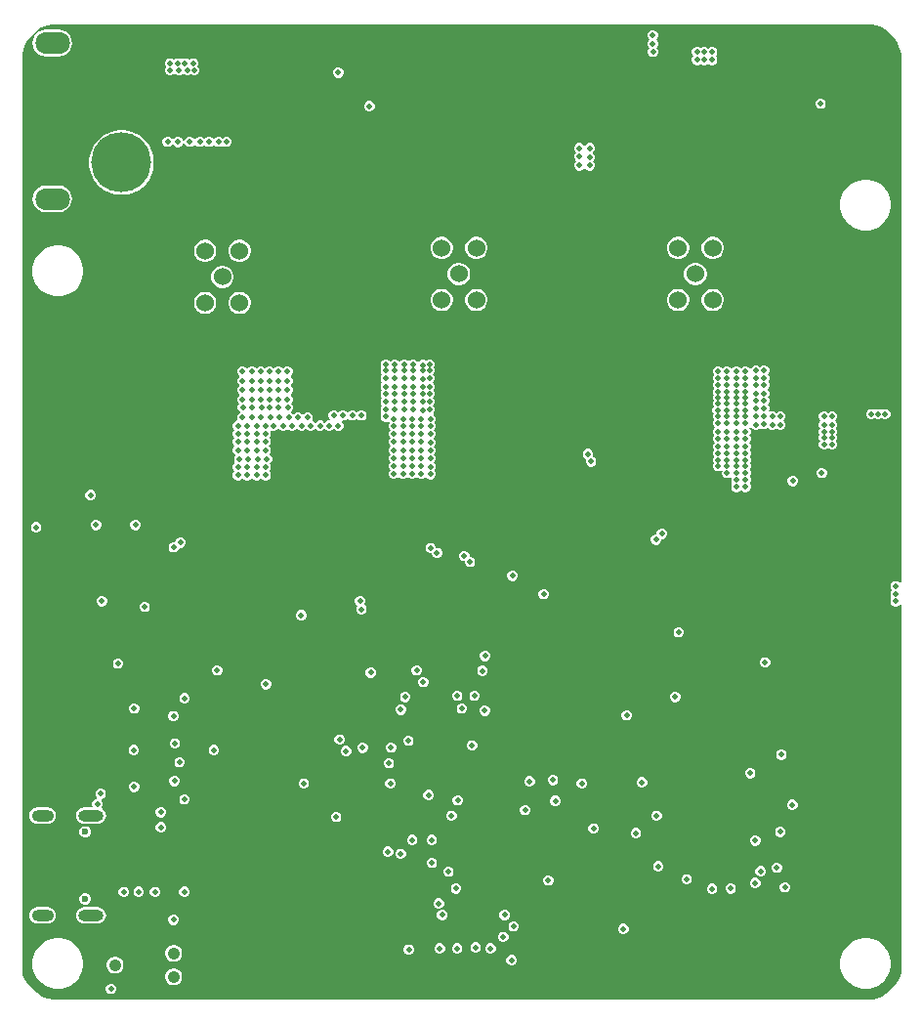
<source format=gbr>
%TF.GenerationSoftware,Altium Limited,Altium Designer,23.1.1 (15)*%
G04 Layer_Physical_Order=5*
G04 Layer_Color=16737945*
%FSLAX45Y45*%
%MOMM*%
%TF.SameCoordinates,3B15BE60-5205-462F-B1BE-89E8C5D5736D*%
%TF.FilePolarity,Positive*%
%TF.FileFunction,Copper,L5,Inr,Signal*%
%TF.Part,Single*%
G01*
G75*
%TA.AperFunction,ComponentPad*%
%ADD85C,5.20000*%
%ADD86C,1.52400*%
%ADD87C,1.06700*%
%ADD88O,3.00000X1.90000*%
%ADD89C,0.60000*%
%ADD90O,2.20000X1.00000*%
%ADD91O,1.90000X1.00000*%
%TA.AperFunction,ViaPad*%
%ADD92C,0.50000*%
G36*
X13638248Y11335392D02*
X13660382D01*
X13703802Y11326755D01*
X13744705Y11309813D01*
X13781516Y11285216D01*
X13797168Y11269564D01*
X13832993Y11233740D01*
X13832993Y11233739D01*
Y11233739D01*
X13850682Y11216049D01*
X13878481Y11174448D01*
X13897627Y11128223D01*
X13907388Y11079151D01*
Y11054134D01*
Y6503846D01*
X13894688Y6498951D01*
X13885490Y6508149D01*
X13868951Y6515000D01*
X13851048D01*
X13834509Y6508149D01*
X13821851Y6495490D01*
X13814999Y6478951D01*
Y6461049D01*
X13821851Y6444510D01*
X13831361Y6435000D01*
X13821851Y6425490D01*
X13814999Y6408951D01*
Y6391049D01*
X13821851Y6374509D01*
X13826360Y6370000D01*
X13821851Y6365490D01*
X13814999Y6348951D01*
Y6331049D01*
X13821851Y6314510D01*
X13834509Y6301851D01*
X13851048Y6295000D01*
X13868951D01*
X13885490Y6301851D01*
X13894688Y6311049D01*
X13907388Y6306154D01*
Y3138857D01*
Y3122220D01*
X13900897Y3089587D01*
X13888164Y3058847D01*
X13869679Y3031182D01*
X13790382Y2951887D01*
Y2951887D01*
X13775015Y2936520D01*
X13738878Y2912373D01*
X13698721Y2895740D01*
X13656094Y2887261D01*
X6558220D01*
X6509148Y2897022D01*
X6462923Y2916169D01*
X6421321Y2943966D01*
X6339409Y3025878D01*
X6327009Y3038278D01*
X6307525Y3067438D01*
X6294104Y3099839D01*
X6287262Y3134236D01*
Y3151772D01*
Y11049331D01*
Y11074348D01*
X6297023Y11123420D01*
X6316170Y11169645D01*
X6343967Y11211247D01*
X6396059Y11263338D01*
X6396059Y11263338D01*
Y11263339D01*
X6413748Y11281028D01*
X6455350Y11308825D01*
X6501575Y11327972D01*
X6550647Y11337733D01*
X6589668D01*
X6589670Y11337736D01*
X13638248Y11335392D01*
D02*
G37*
%LPC*%
G36*
X12278951Y11145000D02*
X12261049D01*
X12244510Y11138149D01*
X12235000Y11128639D01*
X12225490Y11138149D01*
X12208951Y11145000D01*
X12191049D01*
X12174509Y11138149D01*
X12170000Y11133639D01*
X12165491Y11138149D01*
X12148951Y11145000D01*
X12131049D01*
X12114510Y11138149D01*
X12101851Y11125490D01*
X12095000Y11108951D01*
Y11091049D01*
X12101851Y11074509D01*
X12111361Y11065000D01*
X12101851Y11055490D01*
X12095000Y11038951D01*
Y11021049D01*
X12101851Y11004510D01*
X12114510Y10991851D01*
X12131049Y10985000D01*
X12148951D01*
X12165491Y10991851D01*
X12170000Y10996361D01*
X12174509Y10991851D01*
X12191049Y10985000D01*
X12208951D01*
X12225490Y10991851D01*
X12235000Y11001361D01*
X12244510Y10991851D01*
X12261049Y10985000D01*
X12278951D01*
X12295491Y10991851D01*
X12308149Y11004510D01*
X12315000Y11021049D01*
Y11038951D01*
X12308149Y11055490D01*
X12298640Y11065000D01*
X12308149Y11074509D01*
X12315000Y11091049D01*
Y11108951D01*
X12308149Y11125490D01*
X12295491Y11138149D01*
X12278951Y11145000D01*
D02*
G37*
G36*
X6605000Y11290992D02*
X6495000D01*
X6464979Y11287040D01*
X6437004Y11275452D01*
X6412981Y11257019D01*
X6394548Y11232996D01*
X6382960Y11205021D01*
X6379008Y11175000D01*
X6382960Y11144979D01*
X6394548Y11117004D01*
X6412981Y11092981D01*
X6437004Y11074548D01*
X6464979Y11062960D01*
X6495000Y11059008D01*
X6605000D01*
X6635021Y11062960D01*
X6662996Y11074548D01*
X6687019Y11092981D01*
X6705452Y11117004D01*
X6717040Y11144979D01*
X6720992Y11175000D01*
X6717040Y11205021D01*
X6705452Y11232996D01*
X6687019Y11257019D01*
X6662996Y11275452D01*
X6635021Y11287040D01*
X6605000Y11290992D01*
D02*
G37*
G36*
X11763735Y11286657D02*
X11745833D01*
X11729294Y11279806D01*
X11716635Y11267147D01*
X11709784Y11250608D01*
Y11232706D01*
X11716635Y11216167D01*
X11726144Y11206657D01*
X11716635Y11197148D01*
X11709784Y11180608D01*
Y11162706D01*
X11716635Y11146167D01*
X11728689Y11134113D01*
X11720040Y11125464D01*
X11713189Y11108924D01*
Y11091023D01*
X11720040Y11074483D01*
X11732698Y11061824D01*
X11749238Y11054974D01*
X11767140D01*
X11783679Y11061824D01*
X11796338Y11074483D01*
X11803189Y11091023D01*
Y11108924D01*
X11796338Y11125464D01*
X11784284Y11137518D01*
X11792933Y11146167D01*
X11799784Y11162706D01*
Y11180608D01*
X11792933Y11197148D01*
X11783423Y11206657D01*
X11792933Y11216167D01*
X11799784Y11232706D01*
Y11250608D01*
X11792933Y11267147D01*
X11780274Y11279806D01*
X11763735Y11286657D01*
D02*
G37*
G36*
X7778951Y11045000D02*
X7761049D01*
X7744510Y11038149D01*
X7735000Y11028640D01*
X7725491Y11038149D01*
X7708951Y11045000D01*
X7691049D01*
X7674510Y11038149D01*
X7670000Y11033640D01*
X7665490Y11038149D01*
X7648951Y11045000D01*
X7631049D01*
X7614510Y11038149D01*
X7605000Y11028640D01*
X7595491Y11038149D01*
X7578951Y11045000D01*
X7561049D01*
X7544510Y11038149D01*
X7531851Y11025491D01*
X7525000Y11008951D01*
Y10991049D01*
X7531851Y10974510D01*
X7536361Y10970000D01*
X7531851Y10965490D01*
X7525000Y10948951D01*
Y10931049D01*
X7531851Y10914510D01*
X7544510Y10901851D01*
X7561049Y10895000D01*
X7578951D01*
X7595491Y10901851D01*
X7601703Y10908064D01*
X7610000Y10913334D01*
X7618297Y10908064D01*
X7624510Y10901851D01*
X7641049Y10895000D01*
X7658951D01*
X7675490Y10901851D01*
X7685000Y10911360D01*
X7694510Y10901851D01*
X7711049Y10895000D01*
X7728951D01*
X7745490Y10901851D01*
X7750000Y10906360D01*
X7754510Y10901851D01*
X7771049Y10895000D01*
X7788951D01*
X7805490Y10901851D01*
X7818149Y10914510D01*
X7825000Y10931049D01*
Y10948951D01*
X7818149Y10965490D01*
X7808436Y10975203D01*
X7815000Y10991049D01*
Y11008951D01*
X7808149Y11025491D01*
X7795490Y11038149D01*
X7778951Y11045000D01*
D02*
G37*
G36*
X9038951Y10965000D02*
X9021049D01*
X9004510Y10958149D01*
X8991851Y10945490D01*
X8985000Y10928951D01*
Y10911049D01*
X8991851Y10894510D01*
X9004510Y10881851D01*
X9021049Y10875000D01*
X9038951D01*
X9055490Y10881851D01*
X9068149Y10894510D01*
X9075000Y10911049D01*
Y10928951D01*
X9068149Y10945490D01*
X9055490Y10958149D01*
X9038951Y10965000D01*
D02*
G37*
G36*
X13218951Y10695000D02*
X13201048D01*
X13184509Y10688149D01*
X13171851Y10675491D01*
X13164999Y10658951D01*
Y10641049D01*
X13171851Y10624510D01*
X13184509Y10611851D01*
X13201048Y10605000D01*
X13218951D01*
X13235490Y10611851D01*
X13248149Y10624510D01*
X13255000Y10641049D01*
Y10658951D01*
X13248149Y10675491D01*
X13235490Y10688149D01*
X13218951Y10695000D01*
D02*
G37*
G36*
X9308951Y10675000D02*
X9291049D01*
X9274510Y10668149D01*
X9261851Y10655491D01*
X9255000Y10638951D01*
Y10621049D01*
X9261851Y10604510D01*
X9274510Y10591851D01*
X9291049Y10585000D01*
X9308951D01*
X9325490Y10591851D01*
X9338149Y10604510D01*
X9345000Y10621049D01*
Y10638951D01*
X9338149Y10655491D01*
X9325490Y10668149D01*
X9308951Y10675000D01*
D02*
G37*
G36*
X8068951Y10365000D02*
X8051049D01*
X8034509Y10358149D01*
X8025000Y10348639D01*
X8015490Y10358149D01*
X7998951Y10365000D01*
X7981049D01*
X7964510Y10358149D01*
X7958297Y10351936D01*
X7950000Y10346666D01*
X7941703Y10351936D01*
X7935490Y10358149D01*
X7918951Y10365000D01*
X7901049D01*
X7884510Y10358149D01*
X7878297Y10351936D01*
X7870000Y10346666D01*
X7861703Y10351936D01*
X7855491Y10358149D01*
X7838951Y10365000D01*
X7821049D01*
X7804510Y10358149D01*
X7791851Y10345491D01*
X7778149D01*
X7765490Y10358149D01*
X7748951Y10365000D01*
X7731049D01*
X7714510Y10358149D01*
X7701851Y10345490D01*
X7696789Y10333270D01*
X7683267Y10332729D01*
X7678498Y10344241D01*
X7665839Y10356900D01*
X7649300Y10363751D01*
X7631398D01*
X7614859Y10356900D01*
X7602200Y10344242D01*
X7588560Y10344498D01*
X7588149Y10345490D01*
X7575490Y10358149D01*
X7558951Y10365000D01*
X7541049D01*
X7524509Y10358149D01*
X7511851Y10345490D01*
X7505000Y10328951D01*
Y10311049D01*
X7511851Y10294510D01*
X7524509Y10281851D01*
X7541049Y10275000D01*
X7558951D01*
X7575490Y10281851D01*
X7588149Y10294509D01*
X7601789Y10294253D01*
X7602200Y10293261D01*
X7614859Y10280602D01*
X7631398Y10273751D01*
X7649300D01*
X7665839Y10280602D01*
X7678498Y10293261D01*
X7683560Y10305481D01*
X7697082Y10306022D01*
X7701851Y10294510D01*
X7714510Y10281851D01*
X7731049Y10275000D01*
X7748951D01*
X7765490Y10281851D01*
X7778149Y10294509D01*
X7791851D01*
X7804510Y10281851D01*
X7821049Y10275000D01*
X7838951D01*
X7855491Y10281851D01*
X7861703Y10288064D01*
X7870000Y10293334D01*
X7878297Y10288064D01*
X7884510Y10281851D01*
X7901049Y10275000D01*
X7918951D01*
X7935490Y10281851D01*
X7941703Y10288064D01*
X7950000Y10293333D01*
X7958297Y10288064D01*
X7964510Y10281851D01*
X7981049Y10275000D01*
X7998951D01*
X8015490Y10281851D01*
X8025000Y10291360D01*
X8034509Y10281851D01*
X8051049Y10275000D01*
X8068951D01*
X8085490Y10281851D01*
X8098149Y10294510D01*
X8105000Y10311049D01*
Y10328951D01*
X8098149Y10345490D01*
X8085490Y10358149D01*
X8068951Y10365000D01*
D02*
G37*
G36*
X11216715Y10310706D02*
X11198813D01*
X11182274Y10303855D01*
X11169615Y10291197D01*
X11169114Y10289988D01*
X11156414D01*
X11155913Y10291197D01*
X11143255Y10303855D01*
X11126715Y10310706D01*
X11108813D01*
X11092274Y10303855D01*
X11079615Y10291197D01*
X11072764Y10274657D01*
Y10256755D01*
X11079615Y10240216D01*
X11089125Y10230706D01*
X11079615Y10221196D01*
X11072764Y10204657D01*
Y10186755D01*
X11079615Y10170216D01*
X11085828Y10164003D01*
X11091098Y10155706D01*
X11085828Y10147409D01*
X11079615Y10141197D01*
X11072764Y10124657D01*
Y10106755D01*
X11079615Y10090216D01*
X11092274Y10077557D01*
X11108813Y10070706D01*
X11126715D01*
X11143255Y10077557D01*
X11155913Y10090216D01*
X11156414Y10091425D01*
X11169114D01*
X11169615Y10090216D01*
X11182274Y10077557D01*
X11198813Y10070706D01*
X11216715D01*
X11233255Y10077557D01*
X11245913Y10090216D01*
X11252764Y10106755D01*
Y10124657D01*
X11245913Y10141197D01*
X11236404Y10150706D01*
X11245913Y10160216D01*
X11252764Y10176755D01*
Y10194657D01*
X11245913Y10211196D01*
X11239700Y10217409D01*
X11234431Y10225706D01*
X11239700Y10234003D01*
X11245913Y10240216D01*
X11252764Y10256755D01*
Y10274657D01*
X11245913Y10291197D01*
X11233255Y10303855D01*
X11216715Y10310706D01*
D02*
G37*
G36*
X7172036Y10420000D02*
X7127963D01*
X7084433Y10413105D01*
X7042517Y10399486D01*
X7003248Y10379478D01*
X6967592Y10353572D01*
X6936428Y10322408D01*
X6910522Y10286752D01*
X6890514Y10247483D01*
X6876895Y10205567D01*
X6870000Y10162037D01*
Y10117964D01*
X6876895Y10074433D01*
X6890514Y10032517D01*
X6910522Y9993248D01*
X6936428Y9957592D01*
X6967592Y9926428D01*
X7003248Y9900522D01*
X7042517Y9880514D01*
X7084433Y9866895D01*
X7127963Y9860000D01*
X7172036D01*
X7215567Y9866895D01*
X7257483Y9880514D01*
X7296752Y9900522D01*
X7332408Y9926428D01*
X7363572Y9957592D01*
X7389477Y9993248D01*
X7409486Y10032517D01*
X7423105Y10074433D01*
X7430000Y10117964D01*
Y10162037D01*
X7423105Y10205567D01*
X7409486Y10247483D01*
X7389477Y10286752D01*
X7363572Y10322408D01*
X7332408Y10353572D01*
X7296752Y10379478D01*
X7257483Y10399486D01*
X7215567Y10413105D01*
X7172036Y10420000D01*
D02*
G37*
G36*
X6605000Y9940992D02*
X6495000D01*
X6464979Y9937040D01*
X6437004Y9925452D01*
X6412981Y9907019D01*
X6394548Y9882996D01*
X6382960Y9855021D01*
X6379008Y9825000D01*
X6382960Y9794979D01*
X6394548Y9767004D01*
X6412981Y9742981D01*
X6437004Y9724548D01*
X6464979Y9712960D01*
X6495000Y9709008D01*
X6605000D01*
X6635021Y9712960D01*
X6662996Y9724548D01*
X6687019Y9742981D01*
X6705452Y9767004D01*
X6717040Y9794979D01*
X6720992Y9825000D01*
X6717040Y9855021D01*
X6705452Y9882996D01*
X6687019Y9907019D01*
X6662996Y9925452D01*
X6635021Y9937040D01*
X6605000Y9940992D01*
D02*
G37*
G36*
X13621667Y9995000D02*
X13578333D01*
X13535828Y9986545D01*
X13495792Y9969961D01*
X13459758Y9945885D01*
X13429115Y9915242D01*
X13405038Y9879209D01*
X13388455Y9839172D01*
X13380000Y9796668D01*
Y9753332D01*
X13388455Y9710828D01*
X13405038Y9670791D01*
X13429115Y9634758D01*
X13459758Y9604115D01*
X13495792Y9580039D01*
X13535828Y9563455D01*
X13578333Y9555000D01*
X13621667D01*
X13664172Y9563455D01*
X13704208Y9580039D01*
X13740242Y9604115D01*
X13770885Y9634758D01*
X13794962Y9670791D01*
X13811545Y9710828D01*
X13820000Y9753332D01*
Y9796668D01*
X13811545Y9839172D01*
X13794962Y9879209D01*
X13770885Y9915242D01*
X13740242Y9945885D01*
X13704208Y9969961D01*
X13664172Y9986545D01*
X13621667Y9995000D01*
D02*
G37*
G36*
X12287665Y9496200D02*
X12262335D01*
X12237869Y9489644D01*
X12215932Y9476979D01*
X12198021Y9459068D01*
X12185356Y9437132D01*
X12178800Y9412665D01*
Y9387335D01*
X12185356Y9362868D01*
X12198021Y9340932D01*
X12215932Y9323021D01*
X12237869Y9310356D01*
X12262335Y9303800D01*
X12287665D01*
X12312132Y9310356D01*
X12334069Y9323021D01*
X12351979Y9340932D01*
X12364644Y9362868D01*
X12371200Y9387335D01*
Y9412665D01*
X12364644Y9437132D01*
X12351979Y9459068D01*
X12334069Y9476979D01*
X12312132Y9489644D01*
X12287665Y9496200D01*
D02*
G37*
G36*
X11987665D02*
X11962335D01*
X11937869Y9489644D01*
X11915932Y9476979D01*
X11898021Y9459068D01*
X11885356Y9437132D01*
X11878800Y9412665D01*
Y9387335D01*
X11885356Y9362868D01*
X11898021Y9340932D01*
X11915932Y9323021D01*
X11937869Y9310356D01*
X11962335Y9303800D01*
X11987665D01*
X12012132Y9310356D01*
X12034069Y9323021D01*
X12051979Y9340932D01*
X12064644Y9362868D01*
X12071200Y9387335D01*
Y9412665D01*
X12064644Y9437132D01*
X12051979Y9459068D01*
X12034069Y9476979D01*
X12012132Y9489644D01*
X11987665Y9496200D01*
D02*
G37*
G36*
X10237665D02*
X10212335D01*
X10187868Y9489644D01*
X10165932Y9476979D01*
X10148021Y9459068D01*
X10135356Y9437132D01*
X10128800Y9412665D01*
Y9387335D01*
X10135356Y9362868D01*
X10148021Y9340932D01*
X10165932Y9323021D01*
X10187868Y9310356D01*
X10212335Y9303800D01*
X10237665D01*
X10262132Y9310356D01*
X10284068Y9323021D01*
X10301979Y9340932D01*
X10314644Y9362868D01*
X10321200Y9387335D01*
Y9412665D01*
X10314644Y9437132D01*
X10301979Y9459068D01*
X10284068Y9476979D01*
X10262132Y9489644D01*
X10237665Y9496200D01*
D02*
G37*
G36*
X9937665D02*
X9912335D01*
X9887868Y9489644D01*
X9865932Y9476979D01*
X9848021Y9459068D01*
X9835356Y9437132D01*
X9828800Y9412665D01*
Y9387335D01*
X9835356Y9362868D01*
X9848021Y9340932D01*
X9865932Y9323021D01*
X9887868Y9310356D01*
X9912335Y9303800D01*
X9937665D01*
X9962132Y9310356D01*
X9984068Y9323021D01*
X10001979Y9340932D01*
X10014644Y9362868D01*
X10021200Y9387335D01*
Y9412665D01*
X10014644Y9437132D01*
X10001979Y9459068D01*
X9984068Y9476979D01*
X9962132Y9489644D01*
X9937665Y9496200D01*
D02*
G37*
G36*
X8187665Y9471200D02*
X8162335D01*
X8137868Y9464644D01*
X8115932Y9451979D01*
X8098021Y9434069D01*
X8085356Y9412132D01*
X8078800Y9387665D01*
Y9362335D01*
X8085356Y9337869D01*
X8098021Y9315932D01*
X8115932Y9298021D01*
X8137868Y9285356D01*
X8162335Y9278800D01*
X8187665D01*
X8212132Y9285356D01*
X8234068Y9298021D01*
X8251979Y9315932D01*
X8264644Y9337869D01*
X8271200Y9362335D01*
Y9387665D01*
X8264644Y9412132D01*
X8251979Y9434069D01*
X8234068Y9451979D01*
X8212132Y9464644D01*
X8187665Y9471200D01*
D02*
G37*
G36*
X7887665D02*
X7862335D01*
X7837869Y9464644D01*
X7815932Y9451979D01*
X7798021Y9434069D01*
X7785356Y9412132D01*
X7778800Y9387665D01*
Y9362335D01*
X7785356Y9337869D01*
X7798021Y9315932D01*
X7815932Y9298021D01*
X7837869Y9285356D01*
X7862335Y9278800D01*
X7887665D01*
X7912132Y9285356D01*
X7934068Y9298021D01*
X7951979Y9315932D01*
X7964644Y9337869D01*
X7971200Y9362335D01*
Y9387665D01*
X7964644Y9412132D01*
X7951979Y9434069D01*
X7934068Y9451979D01*
X7912132Y9464644D01*
X7887665Y9471200D01*
D02*
G37*
G36*
X12137837Y9272500D02*
X12112164D01*
X12087367Y9265855D01*
X12065134Y9253020D01*
X12046981Y9234866D01*
X12034145Y9212634D01*
X12027500Y9187836D01*
Y9162164D01*
X12034145Y9137367D01*
X12046981Y9115134D01*
X12065134Y9096981D01*
X12087367Y9084145D01*
X12112164Y9077500D01*
X12137837D01*
X12162634Y9084145D01*
X12184867Y9096981D01*
X12203020Y9115134D01*
X12215856Y9137367D01*
X12222500Y9162164D01*
Y9187836D01*
X12215856Y9212634D01*
X12203020Y9234866D01*
X12184867Y9253020D01*
X12162634Y9265855D01*
X12137837Y9272500D01*
D02*
G37*
G36*
X10087836D02*
X10062164D01*
X10037367Y9265855D01*
X10015134Y9253020D01*
X9996981Y9234866D01*
X9984145Y9212634D01*
X9977500Y9187836D01*
Y9162164D01*
X9984145Y9137367D01*
X9996981Y9115134D01*
X10015134Y9096981D01*
X10037367Y9084145D01*
X10062164Y9077500D01*
X10087836D01*
X10112634Y9084145D01*
X10134866Y9096981D01*
X10153020Y9115134D01*
X10165855Y9137367D01*
X10172500Y9162164D01*
Y9187836D01*
X10165855Y9212634D01*
X10153020Y9234866D01*
X10134866Y9253020D01*
X10112634Y9265855D01*
X10087836Y9272500D01*
D02*
G37*
G36*
X8037836Y9247500D02*
X8012164D01*
X7987367Y9240856D01*
X7965134Y9228020D01*
X7946981Y9209867D01*
X7934145Y9187634D01*
X7927500Y9162836D01*
Y9137164D01*
X7934145Y9112367D01*
X7946981Y9090134D01*
X7965134Y9071981D01*
X7987367Y9059145D01*
X8012164Y9052500D01*
X8037836D01*
X8062634Y9059145D01*
X8084866Y9071981D01*
X8103020Y9090134D01*
X8115855Y9112367D01*
X8122500Y9137164D01*
Y9162836D01*
X8115855Y9187634D01*
X8103020Y9209867D01*
X8084866Y9228020D01*
X8062634Y9240856D01*
X8037836Y9247500D01*
D02*
G37*
G36*
X6621668Y9420000D02*
X6578332D01*
X6535828Y9411545D01*
X6495791Y9394961D01*
X6459758Y9370885D01*
X6429115Y9340242D01*
X6405039Y9304209D01*
X6388455Y9264171D01*
X6380000Y9221668D01*
Y9178332D01*
X6388455Y9135828D01*
X6405039Y9095791D01*
X6429115Y9059758D01*
X6459758Y9029115D01*
X6495791Y9005039D01*
X6535828Y8988454D01*
X6578332Y8980000D01*
X6621668D01*
X6664172Y8988454D01*
X6704209Y9005039D01*
X6740242Y9029115D01*
X6770885Y9059758D01*
X6794961Y9095791D01*
X6811545Y9135828D01*
X6820000Y9178332D01*
Y9221668D01*
X6811545Y9264171D01*
X6794961Y9304209D01*
X6770885Y9340242D01*
X6740242Y9370885D01*
X6704209Y9394961D01*
X6664172Y9411545D01*
X6621668Y9420000D01*
D02*
G37*
G36*
X12287665Y9046200D02*
X12262335D01*
X12237869Y9039644D01*
X12215932Y9026979D01*
X12198021Y9009068D01*
X12185356Y8987132D01*
X12178800Y8962665D01*
Y8937335D01*
X12185356Y8912868D01*
X12198021Y8890932D01*
X12215932Y8873021D01*
X12237869Y8860356D01*
X12262335Y8853800D01*
X12287665D01*
X12312132Y8860356D01*
X12334069Y8873021D01*
X12351979Y8890932D01*
X12364644Y8912868D01*
X12371200Y8937335D01*
Y8962665D01*
X12364644Y8987132D01*
X12351979Y9009068D01*
X12334069Y9026979D01*
X12312132Y9039644D01*
X12287665Y9046200D01*
D02*
G37*
G36*
X11987665D02*
X11962335D01*
X11937869Y9039644D01*
X11915932Y9026979D01*
X11898021Y9009068D01*
X11885356Y8987132D01*
X11878800Y8962665D01*
Y8937335D01*
X11885356Y8912868D01*
X11898021Y8890932D01*
X11915932Y8873021D01*
X11937869Y8860356D01*
X11962335Y8853800D01*
X11987665D01*
X12012132Y8860356D01*
X12034069Y8873021D01*
X12051979Y8890932D01*
X12064644Y8912868D01*
X12071200Y8937335D01*
Y8962665D01*
X12064644Y8987132D01*
X12051979Y9009068D01*
X12034069Y9026979D01*
X12012132Y9039644D01*
X11987665Y9046200D01*
D02*
G37*
G36*
X10237665D02*
X10212335D01*
X10187868Y9039644D01*
X10165932Y9026979D01*
X10148021Y9009068D01*
X10135356Y8987132D01*
X10128800Y8962665D01*
Y8937335D01*
X10135356Y8912868D01*
X10148021Y8890932D01*
X10165932Y8873021D01*
X10187868Y8860356D01*
X10212335Y8853800D01*
X10237665D01*
X10262132Y8860356D01*
X10284068Y8873021D01*
X10301979Y8890932D01*
X10314644Y8912868D01*
X10321200Y8937335D01*
Y8962665D01*
X10314644Y8987132D01*
X10301979Y9009068D01*
X10284068Y9026979D01*
X10262132Y9039644D01*
X10237665Y9046200D01*
D02*
G37*
G36*
X9937665D02*
X9912335D01*
X9887868Y9039644D01*
X9865932Y9026979D01*
X9848021Y9009068D01*
X9835356Y8987132D01*
X9828800Y8962665D01*
Y8937335D01*
X9835356Y8912868D01*
X9848021Y8890932D01*
X9865932Y8873021D01*
X9887868Y8860356D01*
X9912335Y8853800D01*
X9937665D01*
X9962132Y8860356D01*
X9984068Y8873021D01*
X10001979Y8890932D01*
X10014644Y8912868D01*
X10021200Y8937335D01*
Y8962665D01*
X10014644Y8987132D01*
X10001979Y9009068D01*
X9984068Y9026979D01*
X9962132Y9039644D01*
X9937665Y9046200D01*
D02*
G37*
G36*
X8187665Y9021200D02*
X8162335D01*
X8137868Y9014644D01*
X8115932Y9001979D01*
X8098021Y8984068D01*
X8085356Y8962132D01*
X8078800Y8937665D01*
Y8912335D01*
X8085356Y8887868D01*
X8098021Y8865932D01*
X8115932Y8848021D01*
X8137868Y8835356D01*
X8162335Y8828800D01*
X8187665D01*
X8212132Y8835356D01*
X8234068Y8848021D01*
X8251979Y8865932D01*
X8264644Y8887868D01*
X8271200Y8912335D01*
Y8937665D01*
X8264644Y8962132D01*
X8251979Y8984068D01*
X8234068Y9001979D01*
X8212132Y9014644D01*
X8187665Y9021200D01*
D02*
G37*
G36*
X7887665D02*
X7862335D01*
X7837869Y9014644D01*
X7815932Y9001979D01*
X7798021Y8984068D01*
X7785356Y8962132D01*
X7778800Y8937665D01*
Y8912335D01*
X7785356Y8887868D01*
X7798021Y8865932D01*
X7815932Y8848021D01*
X7837869Y8835356D01*
X7862335Y8828800D01*
X7887665D01*
X7912132Y8835356D01*
X7934068Y8848021D01*
X7951979Y8865932D01*
X7964644Y8887868D01*
X7971200Y8912335D01*
Y8937665D01*
X7964644Y8962132D01*
X7951979Y8984068D01*
X7934068Y9001979D01*
X7912132Y9014644D01*
X7887665Y9021200D01*
D02*
G37*
G36*
X9828951Y8435000D02*
X9811049D01*
X9794509Y8428149D01*
X9788215Y8421855D01*
X9785825Y8424244D01*
X9769286Y8431095D01*
X9751384D01*
X9734845Y8424244D01*
X9730195Y8419595D01*
X9718201Y8415508D01*
X9713823Y8419816D01*
X9705490Y8428149D01*
X9688951Y8435000D01*
X9671049D01*
X9654510Y8428149D01*
X9648297Y8421936D01*
X9640000Y8416666D01*
X9631703Y8421936D01*
X9625491Y8428149D01*
X9608951Y8435000D01*
X9591049D01*
X9574510Y8428149D01*
X9568297Y8421936D01*
X9560000Y8416666D01*
X9551703Y8421936D01*
X9545490Y8428149D01*
X9528951Y8435000D01*
X9511049D01*
X9494510Y8428149D01*
X9488297Y8421936D01*
X9480000Y8416666D01*
X9471703Y8421936D01*
X9465490Y8428149D01*
X9448951Y8435000D01*
X9431049D01*
X9414509Y8428149D01*
X9401851Y8415490D01*
X9395000Y8398951D01*
Y8381049D01*
X9401648Y8365000D01*
X9395000Y8348951D01*
Y8331049D01*
X9401851Y8314510D01*
X9411360Y8305000D01*
X9401851Y8295490D01*
X9395000Y8278951D01*
Y8261049D01*
X9401851Y8244510D01*
X9411360Y8235000D01*
X9401851Y8225491D01*
X9395000Y8208951D01*
Y8191049D01*
X9401851Y8174510D01*
X9406361Y8170000D01*
X9401851Y8165490D01*
X9395000Y8148951D01*
Y8131049D01*
X9401851Y8114510D01*
X9411360Y8105000D01*
X9401851Y8095491D01*
X9395000Y8078951D01*
Y8061049D01*
X9401851Y8044510D01*
X9411360Y8035000D01*
X9401851Y8025490D01*
X9395000Y8008951D01*
Y7991049D01*
X9401851Y7974510D01*
X9406360Y7970000D01*
X9401851Y7965491D01*
X9395000Y7948951D01*
Y7931049D01*
X9401851Y7914510D01*
X9414509Y7901851D01*
X9431049Y7895000D01*
X9448951D01*
X9465490Y7901851D01*
X9471675Y7894934D01*
X9471851Y7894509D01*
X9476361Y7890000D01*
X9471851Y7885490D01*
X9465000Y7868951D01*
Y7851049D01*
X9471851Y7834510D01*
X9481361Y7825000D01*
X9471851Y7815490D01*
X9465000Y7798951D01*
Y7781049D01*
X9471851Y7764509D01*
X9481361Y7755000D01*
X9471851Y7745490D01*
X9465000Y7728951D01*
Y7711049D01*
X9471851Y7694510D01*
X9481361Y7685000D01*
X9471851Y7675490D01*
X9465000Y7658951D01*
Y7641049D01*
X9471851Y7624510D01*
X9481361Y7615000D01*
X9471851Y7605491D01*
X9465000Y7588951D01*
Y7571049D01*
X9471851Y7554510D01*
X9481361Y7545000D01*
X9471851Y7535490D01*
X9465000Y7518951D01*
Y7501049D01*
X9471851Y7484510D01*
X9479240Y7477120D01*
X9471516Y7469395D01*
X9464665Y7452856D01*
Y7434954D01*
X9471516Y7418414D01*
X9484174Y7405756D01*
X9500714Y7398905D01*
X9518616D01*
X9535155Y7405756D01*
X9541368Y7411969D01*
X9549665Y7417238D01*
X9557962Y7411969D01*
X9564174Y7405756D01*
X9580714Y7398905D01*
X9598616D01*
X9615155Y7405756D01*
X9621368Y7411969D01*
X9629665Y7417238D01*
X9637962Y7411969D01*
X9644175Y7405756D01*
X9660714Y7398905D01*
X9678616D01*
X9695155Y7405756D01*
X9701368Y7411969D01*
X9709665Y7417239D01*
X9717962Y7411969D01*
X9724174Y7405756D01*
X9740714Y7398905D01*
X9758616D01*
X9775155Y7405756D01*
X9779804Y7410405D01*
X9791799Y7414492D01*
X9796177Y7410184D01*
X9804509Y7401851D01*
X9821049Y7395000D01*
X9838951D01*
X9855490Y7401851D01*
X9868149Y7414510D01*
X9875000Y7431049D01*
Y7448951D01*
X9868149Y7465491D01*
X9860760Y7472880D01*
X9868484Y7480605D01*
X9875335Y7497144D01*
Y7515046D01*
X9868484Y7531586D01*
X9858974Y7541095D01*
X9868484Y7550605D01*
X9875335Y7567144D01*
Y7585046D01*
X9868484Y7601586D01*
X9858975Y7611095D01*
X9868484Y7620605D01*
X9875335Y7637144D01*
Y7655046D01*
X9868484Y7671586D01*
X9858974Y7681095D01*
X9868484Y7690605D01*
X9875335Y7707144D01*
Y7725046D01*
X9868484Y7741586D01*
X9858975Y7751095D01*
X9868484Y7760605D01*
X9875335Y7777144D01*
Y7795046D01*
X9868484Y7811586D01*
X9858974Y7821095D01*
X9868484Y7830605D01*
X9875335Y7847144D01*
Y7865046D01*
X9868484Y7881586D01*
X9863975Y7886095D01*
X9868484Y7890605D01*
X9875335Y7907144D01*
Y7925046D01*
X9868484Y7941586D01*
X9855826Y7954244D01*
X9852859Y7969220D01*
X9858149Y7974510D01*
X9865000Y7991049D01*
Y8008951D01*
X9858149Y8025490D01*
X9848639Y8035000D01*
X9858149Y8044510D01*
X9865000Y8061049D01*
Y8078951D01*
X9858149Y8095491D01*
X9848639Y8105000D01*
X9858149Y8114510D01*
X9865000Y8131049D01*
Y8148951D01*
X9858149Y8165490D01*
X9853639Y8170000D01*
X9858149Y8174510D01*
X9865000Y8191049D01*
Y8208951D01*
X9858149Y8225491D01*
X9848639Y8235000D01*
X9858149Y8244510D01*
X9865000Y8261049D01*
Y8278951D01*
X9858149Y8295490D01*
X9848639Y8305000D01*
X9858149Y8314510D01*
X9865000Y8331049D01*
Y8348951D01*
X9858352Y8365000D01*
X9865000Y8381049D01*
Y8398951D01*
X9858149Y8415490D01*
X9845490Y8428149D01*
X9828951Y8435000D01*
D02*
G37*
G36*
X12728951Y8385000D02*
X12711049D01*
X12694510Y8378149D01*
X12685000Y8368640D01*
X12675491Y8378149D01*
X12658951Y8385000D01*
X12641049D01*
X12624510Y8378149D01*
X12611851Y8365491D01*
X12609769Y8360464D01*
X12606642Y8359126D01*
X12595189Y8358451D01*
X12585490Y8368149D01*
X12568951Y8375000D01*
X12551049D01*
X12534510Y8368149D01*
X12528297Y8361936D01*
X12520000Y8356666D01*
X12511703Y8361936D01*
X12505491Y8368149D01*
X12488951Y8375000D01*
X12471049D01*
X12454510Y8368149D01*
X12448297Y8361936D01*
X12440000Y8356667D01*
X12431703Y8361936D01*
X12425491Y8368149D01*
X12408951Y8375000D01*
X12391049D01*
X12374510Y8368149D01*
X12368297Y8361936D01*
X12360000Y8356667D01*
X12351703Y8361936D01*
X12345490Y8368149D01*
X12328951Y8375000D01*
X12311049D01*
X12294510Y8368149D01*
X12281851Y8355491D01*
X12275000Y8338951D01*
Y8321049D01*
X12281851Y8304510D01*
X12286360Y8300000D01*
X12281851Y8295490D01*
X12275000Y8278951D01*
Y8261049D01*
X12281851Y8244510D01*
X12286360Y8240000D01*
X12281851Y8235491D01*
X12275000Y8218951D01*
Y8201049D01*
X12281851Y8184510D01*
X12286360Y8180000D01*
X12281851Y8175490D01*
X12275000Y8158951D01*
Y8141049D01*
X12281648Y8125000D01*
X12275000Y8108951D01*
Y8091049D01*
X12281648Y8075000D01*
X12275000Y8058951D01*
Y8041049D01*
X12281851Y8024509D01*
X12282211Y8024150D01*
X12278551Y8020490D01*
X12271700Y8003951D01*
Y7986049D01*
X12278551Y7969510D01*
X12282211Y7965850D01*
X12281851Y7965491D01*
X12275000Y7948951D01*
Y7931049D01*
X12281851Y7914510D01*
X12286360Y7910000D01*
X12281851Y7905490D01*
X12275000Y7888951D01*
Y7871049D01*
X12281851Y7854510D01*
X12291361Y7845000D01*
X12281851Y7835490D01*
X12275000Y7818951D01*
Y7801049D01*
X12281851Y7784509D01*
X12286360Y7780000D01*
X12281851Y7775490D01*
X12275000Y7758951D01*
Y7741049D01*
X12281851Y7724510D01*
X12291361Y7715000D01*
X12281851Y7705490D01*
X12275000Y7688951D01*
Y7671049D01*
X12281851Y7654509D01*
X12286360Y7650000D01*
X12281851Y7645490D01*
X12275000Y7628951D01*
Y7611049D01*
X12281851Y7594510D01*
X12286360Y7590000D01*
X12281851Y7585491D01*
X12275000Y7568951D01*
Y7551049D01*
X12281648Y7535000D01*
X12275000Y7518951D01*
Y7501049D01*
X12281851Y7484510D01*
X12294510Y7471851D01*
X12311049Y7465000D01*
X12328951D01*
X12345490Y7471851D01*
X12347379Y7473740D01*
X12358146Y7466546D01*
X12355000Y7458951D01*
Y7441049D01*
X12361851Y7424510D01*
X12374509Y7411851D01*
X12391049Y7405000D01*
X12408951D01*
X12425490Y7411851D01*
X12427380Y7413740D01*
X12438146Y7406546D01*
X12435000Y7398951D01*
Y7381049D01*
X12441851Y7364510D01*
X12446360Y7360000D01*
X12441851Y7355490D01*
X12435000Y7338951D01*
Y7321049D01*
X12441851Y7304510D01*
X12454510Y7291851D01*
X12471049Y7285000D01*
X12488951D01*
X12505490Y7291851D01*
X12511703Y7298064D01*
X12520000Y7303334D01*
X12528297Y7298064D01*
X12534509Y7291851D01*
X12551049Y7285000D01*
X12568951D01*
X12585490Y7291851D01*
X12598149Y7304510D01*
X12605000Y7321049D01*
Y7338951D01*
X12598149Y7355490D01*
X12593639Y7360000D01*
X12598149Y7364510D01*
X12605000Y7381049D01*
Y7398951D01*
X12598149Y7415490D01*
X12593639Y7420000D01*
X12598149Y7424510D01*
X12605000Y7441049D01*
Y7458951D01*
X12598149Y7475491D01*
X12593640Y7480000D01*
X12598149Y7484510D01*
X12605000Y7501049D01*
Y7518951D01*
X12598352Y7535000D01*
X12605000Y7551049D01*
Y7568951D01*
X12598149Y7585491D01*
X12593640Y7590000D01*
X12598149Y7594510D01*
X12605000Y7611049D01*
Y7628951D01*
X12598149Y7645490D01*
X12593640Y7650000D01*
X12598149Y7654509D01*
X12605000Y7671049D01*
Y7688951D01*
X12598149Y7705490D01*
X12588639Y7715000D01*
X12598149Y7724510D01*
X12605000Y7741049D01*
Y7758951D01*
X12598149Y7775490D01*
X12593640Y7780000D01*
X12598149Y7784509D01*
X12605000Y7801049D01*
Y7818951D01*
X12598149Y7835490D01*
X12594789Y7838851D01*
X12598036Y7846080D01*
X12611564Y7845203D01*
X12611851Y7844510D01*
X12624510Y7831851D01*
X12641049Y7825000D01*
X12658951D01*
X12675491Y7831851D01*
X12684750Y7841111D01*
X12690010Y7835851D01*
X12706550Y7829000D01*
X12724452D01*
X12740991Y7835851D01*
X12742226Y7837086D01*
X12759731Y7836630D01*
X12764510Y7831851D01*
X12781049Y7825000D01*
X12798951D01*
X12815491Y7831851D01*
X12825000Y7841360D01*
X12834509Y7831851D01*
X12851048Y7825000D01*
X12868951D01*
X12885490Y7831851D01*
X12898149Y7844510D01*
X12905000Y7861049D01*
Y7878951D01*
X12898149Y7895490D01*
X12888638Y7905000D01*
X12898149Y7914510D01*
X12905000Y7931049D01*
Y7948951D01*
X12898149Y7965491D01*
X12885490Y7978149D01*
X12868951Y7985000D01*
X12851048D01*
X12834509Y7978149D01*
X12825000Y7968640D01*
X12815491Y7978149D01*
X12798951Y7985000D01*
X12781049D01*
X12770245Y7980525D01*
X12760525Y7990245D01*
X12765000Y8001049D01*
Y8018951D01*
X12758149Y8035490D01*
X12748639Y8045000D01*
X12758149Y8054510D01*
X12765000Y8071049D01*
Y8088951D01*
X12758149Y8105491D01*
X12753639Y8110000D01*
X12758149Y8114510D01*
X12765000Y8131049D01*
Y8148951D01*
X12758149Y8165490D01*
X12748639Y8175000D01*
X12758149Y8184510D01*
X12765000Y8201049D01*
Y8218951D01*
X12758149Y8235491D01*
X12753639Y8240000D01*
X12758149Y8244510D01*
X12765000Y8261049D01*
Y8278951D01*
X12758149Y8295490D01*
X12748639Y8305000D01*
X12758149Y8314510D01*
X12765000Y8331049D01*
Y8348951D01*
X12758149Y8365491D01*
X12745490Y8378149D01*
X12728951Y8385000D01*
D02*
G37*
G36*
X8598951Y8375000D02*
X8581049D01*
X8564510Y8368149D01*
X8558297Y8361936D01*
X8550000Y8356667D01*
X8541703Y8361936D01*
X8535490Y8368149D01*
X8518951Y8375000D01*
X8501049D01*
X8484510Y8368149D01*
X8478297Y8361936D01*
X8470000Y8356667D01*
X8461703Y8361936D01*
X8455490Y8368149D01*
X8438951Y8375000D01*
X8421049D01*
X8404509Y8368149D01*
X8395000Y8358640D01*
X8385490Y8368149D01*
X8368951Y8375000D01*
X8351049D01*
X8334510Y8368149D01*
X8328297Y8361936D01*
X8320000Y8356666D01*
X8311703Y8361936D01*
X8305491Y8368149D01*
X8288951Y8375000D01*
X8271049D01*
X8254510Y8368149D01*
X8248297Y8361936D01*
X8240000Y8356667D01*
X8231703Y8361936D01*
X8225491Y8368149D01*
X8208951Y8375000D01*
X8191049D01*
X8174510Y8368149D01*
X8161851Y8355491D01*
X8155000Y8338951D01*
Y8321049D01*
X8161851Y8304510D01*
X8168064Y8298297D01*
X8173334Y8290000D01*
X8168064Y8281703D01*
X8161851Y8275490D01*
X8155000Y8258951D01*
Y8241049D01*
X8161851Y8224510D01*
X8168064Y8218297D01*
X8173334Y8210000D01*
X8168064Y8201703D01*
X8161851Y8195490D01*
X8155000Y8178951D01*
Y8161049D01*
X8161851Y8144509D01*
X8168064Y8138297D01*
X8173334Y8130000D01*
X8168064Y8121703D01*
X8161851Y8115490D01*
X8155000Y8098951D01*
Y8081049D01*
X8161851Y8064510D01*
X8172666Y8053695D01*
X8164351Y8045380D01*
X8157500Y8028840D01*
Y8010938D01*
X8164351Y7994399D01*
X8176168Y7982582D01*
X8176459Y7976703D01*
X8175572Y7968589D01*
X8174509Y7968149D01*
X8161851Y7955490D01*
X8155000Y7938951D01*
Y7921049D01*
X8157409Y7915234D01*
X8148362Y7903887D01*
X8134510Y7898149D01*
X8121851Y7885490D01*
X8115000Y7868951D01*
Y7851049D01*
X8121851Y7834510D01*
X8131360Y7825000D01*
X8121851Y7815490D01*
X8115000Y7798951D01*
Y7781049D01*
X8121851Y7764509D01*
X8131360Y7755000D01*
X8121851Y7745490D01*
X8115000Y7728951D01*
Y7711049D01*
X8121851Y7694510D01*
X8131360Y7685000D01*
X8121851Y7675490D01*
X8115000Y7658951D01*
Y7641049D01*
X8121851Y7624510D01*
X8134509Y7611851D01*
X8136783Y7600422D01*
X8131851Y7595491D01*
X8125000Y7578951D01*
Y7561049D01*
X8131851Y7544510D01*
X8131869Y7544491D01*
X8134509Y7538149D01*
X8121851Y7525490D01*
X8115000Y7508951D01*
Y7491049D01*
X8121851Y7474510D01*
X8131360Y7465000D01*
X8121851Y7455491D01*
X8115000Y7438951D01*
Y7421049D01*
X8121851Y7404510D01*
X8134510Y7391851D01*
X8151049Y7385000D01*
X8168951D01*
X8185490Y7391851D01*
X8191703Y7398064D01*
X8200000Y7403334D01*
X8208297Y7398064D01*
X8214510Y7391851D01*
X8231049Y7385000D01*
X8248951D01*
X8265490Y7391851D01*
X8271703Y7398064D01*
X8280000Y7403334D01*
X8288297Y7398064D01*
X8294510Y7391851D01*
X8311049Y7385000D01*
X8328951D01*
X8345491Y7391851D01*
X8351703Y7398064D01*
X8360000Y7403334D01*
X8368297Y7398064D01*
X8374510Y7391851D01*
X8391049Y7385000D01*
X8408951D01*
X8425490Y7391851D01*
X8438149Y7404510D01*
X8445000Y7421049D01*
Y7438951D01*
X8438149Y7455491D01*
X8428639Y7465000D01*
X8438149Y7474510D01*
X8445000Y7491049D01*
Y7508951D01*
X8438149Y7525490D01*
X8438130Y7525509D01*
X8435491Y7531851D01*
X8448149Y7544510D01*
X8455000Y7561049D01*
Y7578951D01*
X8448149Y7595491D01*
X8435491Y7608149D01*
X8433217Y7619578D01*
X8438149Y7624510D01*
X8445000Y7641049D01*
Y7658951D01*
X8438149Y7675490D01*
X8428639Y7685000D01*
X8438149Y7694510D01*
X8445000Y7711049D01*
Y7728951D01*
X8438149Y7745490D01*
X8428639Y7755000D01*
X8438149Y7764509D01*
X8445000Y7781049D01*
Y7798951D01*
X8440525Y7809755D01*
X8450245Y7819475D01*
X8461049Y7815000D01*
X8478951D01*
X8495490Y7821851D01*
X8501703Y7828064D01*
X8510000Y7833334D01*
X8518297Y7828064D01*
X8524509Y7821851D01*
X8541049Y7815000D01*
X8558951D01*
X8575490Y7821851D01*
X8581703Y7828064D01*
X8590000Y7833334D01*
X8598297Y7828064D01*
X8604510Y7821851D01*
X8621049Y7815000D01*
X8638951D01*
X8655490Y7821851D01*
X8661703Y7828064D01*
X8670000Y7833334D01*
X8678297Y7828064D01*
X8684509Y7821851D01*
X8701049Y7815000D01*
X8718951D01*
X8735490Y7821851D01*
X8741703Y7828064D01*
X8750000Y7833334D01*
X8758297Y7828064D01*
X8764510Y7821851D01*
X8781049Y7815000D01*
X8798951D01*
X8815490Y7821851D01*
X8821703Y7828064D01*
X8830000Y7833334D01*
X8838297Y7828064D01*
X8844510Y7821851D01*
X8861049Y7815000D01*
X8878951D01*
X8895490Y7821851D01*
X8901703Y7828064D01*
X8910000Y7833334D01*
X8918297Y7828064D01*
X8924510Y7821851D01*
X8941049Y7815000D01*
X8958951D01*
X8975491Y7821851D01*
X8981703Y7828064D01*
X8990000Y7833334D01*
X8998297Y7828064D01*
X9004510Y7821851D01*
X9021049Y7815000D01*
X9038951D01*
X9055490Y7821851D01*
X9068149Y7834510D01*
X9075000Y7851049D01*
Y7868951D01*
X9068149Y7885490D01*
X9061339Y7892300D01*
X9066600Y7905000D01*
X9078951D01*
X9095490Y7911851D01*
X9101703Y7918064D01*
X9110000Y7923334D01*
X9118297Y7918064D01*
X9124510Y7911851D01*
X9141049Y7905000D01*
X9158951D01*
X9175490Y7911851D01*
X9181703Y7918064D01*
X9190000Y7923334D01*
X9198297Y7918064D01*
X9204509Y7911851D01*
X9221049Y7905000D01*
X9238951D01*
X9255490Y7911851D01*
X9268149Y7924510D01*
X9275000Y7941049D01*
Y7958951D01*
X9268149Y7975491D01*
X9255490Y7988149D01*
X9238951Y7995000D01*
X9221049D01*
X9204509Y7988149D01*
X9198297Y7981936D01*
X9190000Y7976666D01*
X9181703Y7981936D01*
X9175490Y7988149D01*
X9158951Y7995000D01*
X9141049D01*
X9124510Y7988149D01*
X9118297Y7981936D01*
X9110000Y7976667D01*
X9101703Y7981936D01*
X9095490Y7988149D01*
X9078951Y7995000D01*
X9061049D01*
X9044509Y7988149D01*
X9038297Y7981936D01*
X9030000Y7976667D01*
X9021703Y7981936D01*
X9015490Y7988149D01*
X8998951Y7995000D01*
X8981049D01*
X8964509Y7988149D01*
X8951851Y7975491D01*
X8945000Y7958951D01*
Y7941049D01*
X8951851Y7924510D01*
X8958661Y7917700D01*
X8953400Y7905000D01*
X8941049D01*
X8924510Y7898149D01*
X8918297Y7891936D01*
X8910000Y7886666D01*
X8901703Y7891936D01*
X8895490Y7898149D01*
X8878951Y7905000D01*
X8861049D01*
X8844510Y7898149D01*
X8838297Y7891936D01*
X8830000Y7886666D01*
X8821703Y7891936D01*
X8815490Y7898149D01*
X8810173Y7900351D01*
X8803212Y7916733D01*
X8805000Y7921049D01*
Y7938951D01*
X8798149Y7955490D01*
X8785490Y7968149D01*
X8768951Y7975000D01*
X8751049D01*
X8734510Y7968149D01*
X8728297Y7961936D01*
X8720000Y7956666D01*
X8711703Y7961936D01*
X8705491Y7968149D01*
X8688951Y7975000D01*
X8671049D01*
X8654510Y7968149D01*
X8648297Y7961936D01*
X8640000Y7956666D01*
X8631703Y7961936D01*
X8625490Y7968149D01*
X8621928Y7969625D01*
X8620568Y7973810D01*
X8620297Y7984047D01*
X8630649Y7994399D01*
X8637500Y8010938D01*
Y8028840D01*
X8630649Y8045380D01*
X8619834Y8056195D01*
X8628149Y8064510D01*
X8635000Y8081049D01*
Y8098951D01*
X8628149Y8115490D01*
X8621936Y8121703D01*
X8616666Y8130000D01*
X8621936Y8138297D01*
X8628149Y8144509D01*
X8635000Y8161049D01*
Y8178951D01*
X8628149Y8195490D01*
X8621936Y8201703D01*
X8616667Y8210000D01*
X8621936Y8218297D01*
X8628149Y8224510D01*
X8635000Y8241049D01*
Y8258951D01*
X8628149Y8275490D01*
X8621936Y8281703D01*
X8616667Y8290000D01*
X8621936Y8298297D01*
X8628149Y8304510D01*
X8635000Y8321049D01*
Y8338951D01*
X8628149Y8355491D01*
X8615491Y8368149D01*
X8598951Y8375000D01*
D02*
G37*
G36*
X13778951Y8005000D02*
X13761049D01*
X13744508Y7998149D01*
X13739999Y7993640D01*
X13735490Y7998149D01*
X13718951Y8005000D01*
X13701048D01*
X13684509Y7998149D01*
X13680000Y7993640D01*
X13675490Y7998149D01*
X13658951Y8005000D01*
X13641049D01*
X13624509Y7998149D01*
X13611852Y7985491D01*
X13605000Y7968951D01*
Y7951049D01*
X13611852Y7934510D01*
X13624509Y7921851D01*
X13641049Y7915000D01*
X13658951D01*
X13675490Y7921851D01*
X13680000Y7926361D01*
X13684509Y7921851D01*
X13701048Y7915000D01*
X13718951D01*
X13735490Y7921851D01*
X13739999Y7926361D01*
X13744508Y7921851D01*
X13761049Y7915000D01*
X13778951D01*
X13795490Y7921851D01*
X13808150Y7934510D01*
X13814999Y7951049D01*
Y7968951D01*
X13808150Y7985491D01*
X13795490Y7998149D01*
X13778951Y8005000D01*
D02*
G37*
G36*
X13318951Y7985000D02*
X13301048D01*
X13284509Y7978149D01*
X13275000Y7968639D01*
X13265491Y7978149D01*
X13248952Y7985000D01*
X13231049D01*
X13214510Y7978149D01*
X13201851Y7965491D01*
X13195000Y7948951D01*
Y7931049D01*
X13201851Y7914510D01*
X13211360Y7905000D01*
X13201851Y7895490D01*
X13195000Y7878951D01*
Y7861049D01*
X13201851Y7844510D01*
X13206361Y7840000D01*
X13201851Y7835490D01*
X13195000Y7818951D01*
Y7801049D01*
X13201648Y7785000D01*
X13195000Y7768951D01*
Y7751049D01*
X13201851Y7734510D01*
X13206360Y7730000D01*
X13201851Y7725491D01*
X13195000Y7708951D01*
Y7691049D01*
X13201851Y7674510D01*
X13214510Y7661851D01*
X13231049Y7655000D01*
X13248952D01*
X13265491Y7661851D01*
X13275000Y7671361D01*
X13284509Y7661851D01*
X13301048Y7655000D01*
X13318951D01*
X13335490Y7661851D01*
X13348149Y7674510D01*
X13355000Y7691049D01*
Y7708951D01*
X13348149Y7725491D01*
X13343640Y7730000D01*
X13348149Y7734510D01*
X13355000Y7751049D01*
Y7768951D01*
X13348352Y7785000D01*
X13355000Y7801049D01*
Y7818951D01*
X13348149Y7835490D01*
X13343640Y7840000D01*
X13348149Y7844510D01*
X13355000Y7861049D01*
Y7878951D01*
X13348149Y7895490D01*
X13338638Y7905000D01*
X13348149Y7914510D01*
X13355000Y7931049D01*
Y7948951D01*
X13348149Y7965491D01*
X13335490Y7978149D01*
X13318951Y7985000D01*
D02*
G37*
G36*
X11201344Y7659326D02*
X11183442D01*
X11166902Y7652475D01*
X11154244Y7639816D01*
X11147393Y7623277D01*
Y7605375D01*
X11154244Y7588835D01*
X11166902Y7576177D01*
X11179904Y7570791D01*
X11175000Y7558951D01*
Y7541049D01*
X11181851Y7524509D01*
X11194509Y7511851D01*
X11211049Y7505000D01*
X11228951D01*
X11245490Y7511851D01*
X11258149Y7524509D01*
X11265000Y7541049D01*
Y7558951D01*
X11258149Y7575490D01*
X11245490Y7588149D01*
X11232488Y7593534D01*
X11237393Y7605375D01*
Y7623277D01*
X11230542Y7639816D01*
X11217883Y7652475D01*
X11201344Y7659326D01*
D02*
G37*
G36*
X13228268Y7494788D02*
X13210367D01*
X13193828Y7487938D01*
X13181169Y7475279D01*
X13174318Y7458739D01*
Y7440838D01*
X13181169Y7424298D01*
X13193828Y7411639D01*
X13210367Y7404789D01*
X13228268D01*
X13244809Y7411639D01*
X13257468Y7424298D01*
X13264317Y7440838D01*
Y7458739D01*
X13257468Y7475279D01*
X13244809Y7487938D01*
X13228268Y7494788D01*
D02*
G37*
G36*
X12978951Y7425000D02*
X12961049D01*
X12944510Y7418149D01*
X12931851Y7405491D01*
X12925000Y7388951D01*
Y7371049D01*
X12931851Y7354510D01*
X12944510Y7341851D01*
X12961049Y7335000D01*
X12978951D01*
X12995491Y7341851D01*
X13008150Y7354510D01*
X13014999Y7371049D01*
Y7388951D01*
X13008150Y7405491D01*
X12995491Y7418149D01*
X12978951Y7425000D01*
D02*
G37*
G36*
X6888951Y7305000D02*
X6871049D01*
X6854510Y7298149D01*
X6841851Y7285490D01*
X6835000Y7268951D01*
Y7251049D01*
X6841851Y7234510D01*
X6854510Y7221851D01*
X6871049Y7215000D01*
X6888951D01*
X6905490Y7221851D01*
X6918149Y7234510D01*
X6925000Y7251049D01*
Y7268951D01*
X6918149Y7285490D01*
X6905490Y7298149D01*
X6888951Y7305000D01*
D02*
G37*
G36*
X7278951Y7045000D02*
X7261049D01*
X7244510Y7038149D01*
X7231851Y7025490D01*
X7225000Y7008951D01*
Y6991049D01*
X7231851Y6974510D01*
X7244510Y6961851D01*
X7261049Y6955000D01*
X7278951D01*
X7295490Y6961851D01*
X7308149Y6974510D01*
X7315000Y6991049D01*
Y7008951D01*
X7308149Y7025490D01*
X7295490Y7038149D01*
X7278951Y7045000D01*
D02*
G37*
G36*
X6938951D02*
X6921049D01*
X6904510Y7038149D01*
X6891851Y7025490D01*
X6885000Y7008951D01*
Y6991049D01*
X6891851Y6974510D01*
X6904510Y6961851D01*
X6921049Y6955000D01*
X6938951D01*
X6955491Y6961851D01*
X6968149Y6974510D01*
X6975000Y6991049D01*
Y7008951D01*
X6968149Y7025490D01*
X6955491Y7038149D01*
X6938951Y7045000D01*
D02*
G37*
G36*
X6418951Y7025000D02*
X6401049D01*
X6384510Y7018149D01*
X6371851Y7005490D01*
X6365000Y6988951D01*
Y6971049D01*
X6371851Y6954510D01*
X6384510Y6941851D01*
X6401049Y6935000D01*
X6418951D01*
X6435491Y6941851D01*
X6448149Y6954510D01*
X6455000Y6971049D01*
Y6988951D01*
X6448149Y7005490D01*
X6435491Y7018149D01*
X6418951Y7025000D01*
D02*
G37*
G36*
X11841963Y6968568D02*
X11824061D01*
X11807521Y6961718D01*
X11794863Y6949059D01*
X11788012Y6932520D01*
Y6918046D01*
X11775611D01*
X11759071Y6911195D01*
X11746413Y6898536D01*
X11739562Y6881997D01*
Y6864095D01*
X11746413Y6847555D01*
X11759071Y6834897D01*
X11775611Y6828046D01*
X11793513D01*
X11810052Y6834897D01*
X11822711Y6847555D01*
X11829562Y6864095D01*
Y6878569D01*
X11841963D01*
X11858502Y6885420D01*
X11871161Y6898078D01*
X11878012Y6914618D01*
Y6932520D01*
X11871161Y6949059D01*
X11858502Y6961718D01*
X11841963Y6968568D01*
D02*
G37*
G36*
X7669294Y6892327D02*
X7651392D01*
X7634853Y6885476D01*
X7622194Y6872818D01*
X7618179Y6863123D01*
X7612174Y6851864D01*
X7594273D01*
X7577733Y6845013D01*
X7565075Y6832354D01*
X7558224Y6815815D01*
Y6797913D01*
X7565075Y6781373D01*
X7577733Y6768715D01*
X7594273Y6761864D01*
X7612175D01*
X7628714Y6768715D01*
X7641373Y6781373D01*
X7645388Y6791068D01*
X7651393Y6802327D01*
X7669294D01*
X7685834Y6809178D01*
X7698492Y6821837D01*
X7705343Y6838376D01*
Y6856278D01*
X7698492Y6872818D01*
X7685834Y6885476D01*
X7669294Y6892327D01*
D02*
G37*
G36*
X9838951Y6845000D02*
X9821049D01*
X9804509Y6838149D01*
X9791851Y6825491D01*
X9785000Y6808951D01*
Y6791049D01*
X9791851Y6774510D01*
X9804509Y6761851D01*
X9821049Y6755000D01*
X9838951D01*
X9840512Y6750036D01*
Y6748406D01*
X9847363Y6731867D01*
X9860021Y6719208D01*
X9876561Y6712357D01*
X9894463D01*
X9911002Y6719208D01*
X9923661Y6731867D01*
X9930512Y6748406D01*
Y6766308D01*
X9923661Y6782847D01*
X9911002Y6795506D01*
X9894463Y6802357D01*
X9876561D01*
X9875000Y6807321D01*
Y6808951D01*
X9868149Y6825491D01*
X9855490Y6838149D01*
X9838951Y6845000D01*
D02*
G37*
G36*
X10128951Y6775000D02*
X10111049D01*
X10094510Y6768149D01*
X10081851Y6755490D01*
X10075000Y6738951D01*
Y6721049D01*
X10081851Y6704510D01*
X10094510Y6691851D01*
X10111049Y6685000D01*
X10124497D01*
Y6671552D01*
X10131348Y6655012D01*
X10144007Y6642353D01*
X10160546Y6635503D01*
X10178448D01*
X10194988Y6642353D01*
X10207646Y6655012D01*
X10214497Y6671552D01*
Y6689453D01*
X10207646Y6705993D01*
X10194988Y6718652D01*
X10178448Y6725502D01*
X10165000D01*
Y6738951D01*
X10158149Y6755490D01*
X10145491Y6768149D01*
X10128951Y6775000D01*
D02*
G37*
G36*
X10548951Y6605000D02*
X10531049D01*
X10514510Y6598149D01*
X10501851Y6585491D01*
X10495000Y6568951D01*
Y6551049D01*
X10501851Y6534510D01*
X10514510Y6521851D01*
X10531049Y6515000D01*
X10548951D01*
X10565490Y6521851D01*
X10578149Y6534510D01*
X10585000Y6551049D01*
Y6568951D01*
X10578149Y6585491D01*
X10565490Y6598149D01*
X10548951Y6605000D01*
D02*
G37*
G36*
X10818951Y6445000D02*
X10801049D01*
X10784510Y6438149D01*
X10771851Y6425490D01*
X10765000Y6408951D01*
Y6391049D01*
X10771851Y6374509D01*
X10784510Y6361851D01*
X10801049Y6355000D01*
X10818951D01*
X10835490Y6361851D01*
X10848149Y6374509D01*
X10855000Y6391049D01*
Y6408951D01*
X10848149Y6425490D01*
X10835490Y6438149D01*
X10818951Y6445000D01*
D02*
G37*
G36*
X6988951Y6385000D02*
X6971049D01*
X6954510Y6378149D01*
X6941851Y6365490D01*
X6935000Y6348951D01*
Y6331049D01*
X6941851Y6314510D01*
X6954510Y6301851D01*
X6971049Y6295000D01*
X6988951D01*
X7005490Y6301851D01*
X7018149Y6314510D01*
X7025000Y6331049D01*
Y6348951D01*
X7018149Y6365490D01*
X7005490Y6378149D01*
X6988951Y6385000D01*
D02*
G37*
G36*
X7358951Y6335000D02*
X7341049D01*
X7324510Y6328149D01*
X7311851Y6315491D01*
X7305000Y6298951D01*
Y6281049D01*
X7311851Y6264510D01*
X7324510Y6251851D01*
X7341049Y6245000D01*
X7358951D01*
X7375490Y6251851D01*
X7388149Y6264510D01*
X7395000Y6281049D01*
Y6298951D01*
X7388149Y6315491D01*
X7375490Y6328149D01*
X7358951Y6335000D01*
D02*
G37*
G36*
X9227443Y6384047D02*
X9209541D01*
X9193001Y6377196D01*
X9180343Y6364538D01*
X9173492Y6347998D01*
Y6330096D01*
X9180343Y6313557D01*
X9193001Y6300898D01*
X9193708Y6297347D01*
X9191851Y6295490D01*
X9185000Y6278951D01*
Y6261049D01*
X9191851Y6244509D01*
X9204510Y6231851D01*
X9221049Y6225000D01*
X9238951D01*
X9255491Y6231851D01*
X9268149Y6244509D01*
X9275000Y6261049D01*
Y6278951D01*
X9268149Y6295490D01*
X9255491Y6308149D01*
X9254784Y6311700D01*
X9256641Y6313557D01*
X9263492Y6330096D01*
Y6347998D01*
X9256641Y6364538D01*
X9243982Y6377196D01*
X9227443Y6384047D01*
D02*
G37*
G36*
X8717612Y6263442D02*
X8699711D01*
X8683171Y6256592D01*
X8670513Y6243933D01*
X8663662Y6227393D01*
Y6209492D01*
X8670513Y6192952D01*
X8683171Y6180293D01*
X8699711Y6173443D01*
X8717612D01*
X8734152Y6180293D01*
X8746811Y6192952D01*
X8753661Y6209492D01*
Y6227393D01*
X8746811Y6243933D01*
X8734152Y6256592D01*
X8717612Y6263442D01*
D02*
G37*
G36*
X11988951Y6115000D02*
X11971049D01*
X11954509Y6108149D01*
X11941851Y6095490D01*
X11935000Y6078951D01*
Y6061049D01*
X11941851Y6044510D01*
X11954509Y6031851D01*
X11971049Y6025000D01*
X11988951D01*
X12005490Y6031851D01*
X12018149Y6044510D01*
X12025000Y6061049D01*
Y6078951D01*
X12018149Y6095490D01*
X12005490Y6108149D01*
X11988951Y6115000D01*
D02*
G37*
G36*
X10309572Y5910961D02*
X10291671D01*
X10275131Y5904110D01*
X10262472Y5891452D01*
X10255622Y5874912D01*
Y5857010D01*
X10262472Y5840471D01*
X10275131Y5827812D01*
X10291671Y5820961D01*
X10309572D01*
X10326112Y5827812D01*
X10338771Y5840471D01*
X10345621Y5857010D01*
Y5874912D01*
X10338771Y5891452D01*
X10326112Y5904110D01*
X10309572Y5910961D01*
D02*
G37*
G36*
X12738951Y5855000D02*
X12721049D01*
X12704510Y5848149D01*
X12691851Y5835490D01*
X12685000Y5818951D01*
Y5801049D01*
X12691851Y5784510D01*
X12704510Y5771851D01*
X12721049Y5765000D01*
X12738951D01*
X12755490Y5771851D01*
X12768149Y5784510D01*
X12775000Y5801049D01*
Y5818951D01*
X12768149Y5835490D01*
X12755490Y5848149D01*
X12738951Y5855000D01*
D02*
G37*
G36*
X7128951Y5845000D02*
X7111049D01*
X7094510Y5838149D01*
X7081851Y5825491D01*
X7075000Y5808951D01*
Y5791049D01*
X7081851Y5774510D01*
X7094510Y5761851D01*
X7111049Y5755000D01*
X7128951D01*
X7145490Y5761851D01*
X7158149Y5774510D01*
X7165000Y5791049D01*
Y5808951D01*
X7158149Y5825491D01*
X7145490Y5838149D01*
X7128951Y5845000D01*
D02*
G37*
G36*
X9718951Y5785000D02*
X9701049D01*
X9684509Y5778149D01*
X9671851Y5765490D01*
X9665000Y5748951D01*
Y5731049D01*
X9671851Y5714510D01*
X9684509Y5701851D01*
X9701049Y5695000D01*
X9718951D01*
X9735490Y5701851D01*
X9748149Y5714510D01*
X9755000Y5731049D01*
Y5748951D01*
X9748149Y5765490D01*
X9735490Y5778149D01*
X9718951Y5785000D01*
D02*
G37*
G36*
X7988951D02*
X7971049D01*
X7954510Y5778149D01*
X7941851Y5765490D01*
X7935000Y5748951D01*
Y5731049D01*
X7941851Y5714510D01*
X7954510Y5701851D01*
X7971049Y5695000D01*
X7988951D01*
X8005490Y5701851D01*
X8018149Y5714510D01*
X8025000Y5731049D01*
Y5748951D01*
X8018149Y5765490D01*
X8005490Y5778149D01*
X7988951Y5785000D01*
D02*
G37*
G36*
X10287521Y5781596D02*
X10269619D01*
X10253080Y5774745D01*
X10240421Y5762087D01*
X10233570Y5745547D01*
Y5727645D01*
X10240421Y5711106D01*
X10253080Y5698447D01*
X10269619Y5691596D01*
X10287521D01*
X10304061Y5698447D01*
X10316719Y5711106D01*
X10323570Y5727645D01*
Y5745547D01*
X10316719Y5762087D01*
X10304061Y5774745D01*
X10287521Y5781596D01*
D02*
G37*
G36*
X9318951Y5765000D02*
X9301049D01*
X9284509Y5758149D01*
X9271851Y5745490D01*
X9265000Y5728951D01*
Y5711049D01*
X9271851Y5694510D01*
X9284509Y5681851D01*
X9301049Y5675000D01*
X9318951D01*
X9335490Y5681851D01*
X9348149Y5694510D01*
X9355000Y5711049D01*
Y5728951D01*
X9348149Y5745490D01*
X9335490Y5758149D01*
X9318951Y5765000D01*
D02*
G37*
G36*
X9775773Y5684090D02*
X9757871D01*
X9741332Y5677240D01*
X9728673Y5664581D01*
X9721822Y5648042D01*
Y5630140D01*
X9728673Y5613600D01*
X9741332Y5600942D01*
X9757871Y5594091D01*
X9775773D01*
X9792313Y5600942D01*
X9804971Y5613600D01*
X9811822Y5630140D01*
Y5648042D01*
X9804971Y5664581D01*
X9792313Y5677240D01*
X9775773Y5684090D01*
D02*
G37*
G36*
X8411410Y5665406D02*
X8393508D01*
X8376969Y5658555D01*
X8364310Y5645897D01*
X8357459Y5629357D01*
Y5611455D01*
X8364310Y5594916D01*
X8376969Y5582257D01*
X8393508Y5575406D01*
X8411410D01*
X8427950Y5582257D01*
X8440608Y5594916D01*
X8447459Y5611455D01*
Y5629357D01*
X8440608Y5645897D01*
X8427950Y5658555D01*
X8411410Y5665406D01*
D02*
G37*
G36*
X10218951Y5565000D02*
X10201049D01*
X10184509Y5558149D01*
X10171851Y5545490D01*
X10165000Y5528951D01*
Y5511049D01*
X10171851Y5494509D01*
X10184509Y5481851D01*
X10201049Y5475000D01*
X10218951D01*
X10235490Y5481851D01*
X10248149Y5494509D01*
X10255000Y5511049D01*
Y5528951D01*
X10248149Y5545490D01*
X10235490Y5558149D01*
X10218951Y5565000D01*
D02*
G37*
G36*
X10068951D02*
X10051049D01*
X10034510Y5558149D01*
X10021851Y5545490D01*
X10015000Y5528951D01*
Y5511049D01*
X10021851Y5494509D01*
X10034510Y5481851D01*
X10051049Y5475000D01*
X10068951D01*
X10085490Y5481851D01*
X10098149Y5494509D01*
X10105000Y5511049D01*
Y5528951D01*
X10098149Y5545490D01*
X10085490Y5558149D01*
X10068951Y5565000D01*
D02*
G37*
G36*
X9618951Y5555000D02*
X9601049D01*
X9584510Y5548149D01*
X9571851Y5535490D01*
X9565000Y5518951D01*
Y5501049D01*
X9571851Y5484509D01*
X9584510Y5471851D01*
X9601049Y5465000D01*
X9618951D01*
X9635491Y5471851D01*
X9648149Y5484509D01*
X9655000Y5501049D01*
Y5518951D01*
X9648149Y5535490D01*
X9635491Y5548149D01*
X9618951Y5555000D01*
D02*
G37*
G36*
X11958951Y5553800D02*
X11941049D01*
X11924510Y5546949D01*
X11911851Y5534290D01*
X11905000Y5517751D01*
Y5499849D01*
X11911851Y5483310D01*
X11924510Y5470651D01*
X11941049Y5463800D01*
X11958951D01*
X11975490Y5470651D01*
X11988149Y5483310D01*
X11995000Y5499849D01*
Y5517751D01*
X11988149Y5534290D01*
X11975490Y5546949D01*
X11958951Y5553800D01*
D02*
G37*
G36*
X7704942Y5543528D02*
X7687040D01*
X7670500Y5536678D01*
X7657842Y5524019D01*
X7650991Y5507479D01*
Y5489578D01*
X7657842Y5473038D01*
X7670500Y5460379D01*
X7687040Y5453529D01*
X7704942D01*
X7721481Y5460379D01*
X7734140Y5473038D01*
X7740991Y5489578D01*
Y5507479D01*
X7734140Y5524019D01*
X7721481Y5536678D01*
X7704942Y5543528D01*
D02*
G37*
G36*
X10108951Y5455000D02*
X10091049D01*
X10074510Y5448149D01*
X10061851Y5435491D01*
X10055000Y5418951D01*
Y5401049D01*
X10061851Y5384510D01*
X10074510Y5371851D01*
X10091049Y5365000D01*
X10108951D01*
X10125491Y5371851D01*
X10138149Y5384510D01*
X10145000Y5401049D01*
Y5418951D01*
X10138149Y5435491D01*
X10125491Y5448149D01*
X10108951Y5455000D01*
D02*
G37*
G36*
X7268951D02*
X7251049D01*
X7234510Y5448149D01*
X7221851Y5435491D01*
X7215000Y5418951D01*
Y5401049D01*
X7221851Y5384510D01*
X7234510Y5371851D01*
X7251049Y5365000D01*
X7268951D01*
X7285490Y5371851D01*
X7298149Y5384510D01*
X7305000Y5401049D01*
Y5418951D01*
X7298149Y5435491D01*
X7285490Y5448149D01*
X7268951Y5455000D01*
D02*
G37*
G36*
X9581169Y5445000D02*
X9563267D01*
X9546728Y5438149D01*
X9534069Y5425490D01*
X9527218Y5408951D01*
Y5391049D01*
X9534069Y5374509D01*
X9546728Y5361851D01*
X9563267Y5355000D01*
X9581169D01*
X9597709Y5361851D01*
X9610367Y5374509D01*
X9617218Y5391049D01*
Y5408951D01*
X9610367Y5425490D01*
X9597709Y5438149D01*
X9581169Y5445000D01*
D02*
G37*
G36*
X10308951Y5435000D02*
X10291049D01*
X10274510Y5428149D01*
X10261851Y5415490D01*
X10255000Y5398951D01*
Y5381049D01*
X10261851Y5364509D01*
X10274510Y5351851D01*
X10291049Y5345000D01*
X10308951D01*
X10325490Y5351851D01*
X10338149Y5364509D01*
X10345000Y5381049D01*
Y5398951D01*
X10338149Y5415490D01*
X10325490Y5428149D01*
X10308951Y5435000D01*
D02*
G37*
G36*
X11538951Y5395000D02*
X11521049D01*
X11504510Y5388149D01*
X11491851Y5375490D01*
X11485000Y5358951D01*
Y5341049D01*
X11491851Y5324510D01*
X11504510Y5311851D01*
X11521049Y5305000D01*
X11538951D01*
X11555490Y5311851D01*
X11568149Y5324510D01*
X11575000Y5341049D01*
Y5358951D01*
X11568149Y5375490D01*
X11555490Y5388149D01*
X11538951Y5395000D01*
D02*
G37*
G36*
X7608560Y5388364D02*
X7590658D01*
X7574118Y5381513D01*
X7561460Y5368854D01*
X7554609Y5352315D01*
Y5334413D01*
X7561460Y5317874D01*
X7574118Y5305215D01*
X7590658Y5298364D01*
X7608560D01*
X7625099Y5305215D01*
X7637758Y5317874D01*
X7644609Y5334413D01*
Y5352315D01*
X7637758Y5368854D01*
X7625099Y5381513D01*
X7608560Y5388364D01*
D02*
G37*
G36*
X9048951Y5185000D02*
X9031049D01*
X9014510Y5178149D01*
X9001851Y5165490D01*
X8995000Y5148951D01*
Y5131049D01*
X9001851Y5114509D01*
X9014510Y5101851D01*
X9031049Y5095000D01*
X9048951D01*
X9065490Y5101851D01*
X9078149Y5114509D01*
X9085000Y5131049D01*
Y5148951D01*
X9078149Y5165490D01*
X9065490Y5178149D01*
X9048951Y5185000D01*
D02*
G37*
G36*
X9645311Y5175000D02*
X9627409D01*
X9610869Y5168149D01*
X9598211Y5155490D01*
X9591360Y5138951D01*
Y5121049D01*
X9598211Y5104509D01*
X9610869Y5091851D01*
X9627409Y5085000D01*
X9645311D01*
X9661850Y5091851D01*
X9674509Y5104509D01*
X9681360Y5121049D01*
Y5138951D01*
X9674509Y5155490D01*
X9661850Y5168149D01*
X9645311Y5175000D01*
D02*
G37*
G36*
X7622285Y5152139D02*
X7604384D01*
X7587844Y5145288D01*
X7575186Y5132630D01*
X7568335Y5116090D01*
Y5098188D01*
X7575186Y5081649D01*
X7587844Y5068990D01*
X7604384Y5062139D01*
X7622285D01*
X7638825Y5068990D01*
X7651484Y5081649D01*
X7658334Y5098188D01*
Y5116090D01*
X7651484Y5132630D01*
X7638825Y5145288D01*
X7622285Y5152139D01*
D02*
G37*
G36*
X10198951Y5135000D02*
X10181049D01*
X10164510Y5128149D01*
X10151851Y5115490D01*
X10145000Y5098951D01*
Y5081049D01*
X10151851Y5064510D01*
X10164510Y5051851D01*
X10181049Y5045000D01*
X10198951D01*
X10215490Y5051851D01*
X10228149Y5064510D01*
X10235000Y5081049D01*
Y5098951D01*
X10228149Y5115490D01*
X10215490Y5128149D01*
X10198951Y5135000D01*
D02*
G37*
G36*
X9495293Y5116069D02*
X9477391D01*
X9460852Y5109218D01*
X9448193Y5096559D01*
X9441342Y5080020D01*
Y5062118D01*
X9448193Y5045578D01*
X9460852Y5032920D01*
X9477391Y5026069D01*
X9495293D01*
X9511833Y5032920D01*
X9524491Y5045578D01*
X9531342Y5062118D01*
Y5080020D01*
X9524491Y5096559D01*
X9511833Y5109218D01*
X9495293Y5116069D01*
D02*
G37*
G36*
X9248951Y5115000D02*
X9231049D01*
X9214510Y5108149D01*
X9201851Y5095490D01*
X9195000Y5078951D01*
Y5061049D01*
X9201851Y5044510D01*
X9214510Y5031851D01*
X9231049Y5025000D01*
X9248951D01*
X9265490Y5031851D01*
X9278149Y5044510D01*
X9285000Y5061049D01*
Y5078951D01*
X9278149Y5095490D01*
X9265490Y5108149D01*
X9248951Y5115000D01*
D02*
G37*
G36*
X7958951Y5095000D02*
X7941049D01*
X7924510Y5088149D01*
X7911851Y5075490D01*
X7905000Y5058951D01*
Y5041049D01*
X7911851Y5024510D01*
X7924510Y5011851D01*
X7941049Y5005000D01*
X7958951D01*
X7975491Y5011851D01*
X7988149Y5024510D01*
X7995000Y5041049D01*
Y5058951D01*
X7988149Y5075490D01*
X7975491Y5088149D01*
X7958951Y5095000D01*
D02*
G37*
G36*
X7264881Y5094612D02*
X7246979D01*
X7230439Y5087761D01*
X7217781Y5075102D01*
X7210930Y5058563D01*
Y5040661D01*
X7217781Y5024122D01*
X7230439Y5011463D01*
X7246979Y5004612D01*
X7264881D01*
X7281420Y5011463D01*
X7294079Y5024122D01*
X7300930Y5040661D01*
Y5058563D01*
X7294079Y5075102D01*
X7281420Y5087761D01*
X7264881Y5094612D01*
D02*
G37*
G36*
X9106729Y5085914D02*
X9088827D01*
X9072288Y5079063D01*
X9059629Y5066404D01*
X9052778Y5049865D01*
Y5031963D01*
X9059629Y5015424D01*
X9072288Y5002765D01*
X9088827Y4995914D01*
X9106729D01*
X9123269Y5002765D01*
X9135927Y5015424D01*
X9142778Y5031963D01*
Y5049865D01*
X9135927Y5066404D01*
X9123269Y5079063D01*
X9106729Y5085914D01*
D02*
G37*
G36*
X12878951Y5055000D02*
X12861049D01*
X12844508Y5048149D01*
X12831851Y5035490D01*
X12825000Y5018951D01*
Y5001049D01*
X12831851Y4984509D01*
X12844508Y4971851D01*
X12861049Y4965000D01*
X12878951D01*
X12895490Y4971851D01*
X12908150Y4984509D01*
X12914999Y5001049D01*
Y5018951D01*
X12908150Y5035490D01*
X12895490Y5048149D01*
X12878951Y5055000D01*
D02*
G37*
G36*
X7662612Y4988442D02*
X7644710D01*
X7628171Y4981592D01*
X7615512Y4968933D01*
X7608661Y4952393D01*
Y4934492D01*
X7615512Y4917952D01*
X7628171Y4905293D01*
X7644710Y4898443D01*
X7662612D01*
X7679152Y4905293D01*
X7691810Y4917952D01*
X7698661Y4934492D01*
Y4952393D01*
X7691810Y4968933D01*
X7679152Y4981592D01*
X7662612Y4988442D01*
D02*
G37*
G36*
X9476257Y4980197D02*
X9458355D01*
X9441816Y4973346D01*
X9429157Y4960687D01*
X9422307Y4944148D01*
Y4926246D01*
X9429157Y4909706D01*
X9441816Y4897048D01*
X9458355Y4890197D01*
X9476257D01*
X9492797Y4897048D01*
X9505455Y4909706D01*
X9512306Y4926246D01*
Y4944148D01*
X9505455Y4960687D01*
X9492797Y4973346D01*
X9476257Y4980197D01*
D02*
G37*
G36*
X12608951Y4895000D02*
X12591049D01*
X12574510Y4888149D01*
X12561851Y4875490D01*
X12555000Y4858951D01*
Y4841049D01*
X12561851Y4824510D01*
X12574510Y4811851D01*
X12591049Y4805000D01*
X12608951D01*
X12625490Y4811851D01*
X12638149Y4824510D01*
X12645000Y4841049D01*
Y4858951D01*
X12638149Y4875490D01*
X12625490Y4888149D01*
X12608951Y4895000D01*
D02*
G37*
G36*
X10898951Y4835000D02*
X10881049D01*
X10864510Y4828149D01*
X10851851Y4815490D01*
X10845000Y4798951D01*
Y4781049D01*
X10851851Y4764510D01*
X10864510Y4751851D01*
X10881049Y4745000D01*
X10898951D01*
X10915490Y4751851D01*
X10928149Y4764510D01*
X10935000Y4781049D01*
Y4798951D01*
X10928149Y4815490D01*
X10915490Y4828149D01*
X10898951Y4835000D01*
D02*
G37*
G36*
X7617229Y4827060D02*
X7599327D01*
X7582787Y4820209D01*
X7570129Y4807550D01*
X7563278Y4791011D01*
Y4773109D01*
X7570129Y4756570D01*
X7582787Y4743911D01*
X7599327Y4737060D01*
X7617229D01*
X7633768Y4743911D01*
X7646427Y4756570D01*
X7653278Y4773109D01*
Y4791011D01*
X7646427Y4807550D01*
X7633768Y4820209D01*
X7617229Y4827060D01*
D02*
G37*
G36*
X10698029Y4824542D02*
X10680127D01*
X10663588Y4817691D01*
X10650929Y4805032D01*
X10644078Y4788493D01*
Y4770591D01*
X10650929Y4754051D01*
X10663588Y4741393D01*
X10680127Y4734542D01*
X10698029D01*
X10714568Y4741393D01*
X10727227Y4754051D01*
X10734078Y4770591D01*
Y4788493D01*
X10727227Y4805032D01*
X10714568Y4817691D01*
X10698029Y4824542D01*
D02*
G37*
G36*
X11671735Y4816143D02*
X11653833D01*
X11637293Y4809292D01*
X11624635Y4796634D01*
X11617784Y4780094D01*
Y4762192D01*
X11624635Y4745653D01*
X11637293Y4732994D01*
X11653833Y4726143D01*
X11671735D01*
X11688274Y4732994D01*
X11700933Y4745653D01*
X11707784Y4762192D01*
Y4780094D01*
X11700933Y4796634D01*
X11688274Y4809292D01*
X11671735Y4816143D01*
D02*
G37*
G36*
X11148951Y4805000D02*
X11131049D01*
X11114510Y4798149D01*
X11101851Y4785490D01*
X11095000Y4768951D01*
Y4751049D01*
X11101851Y4734509D01*
X11114510Y4721851D01*
X11131049Y4715000D01*
X11148951D01*
X11165490Y4721851D01*
X11178149Y4734509D01*
X11185000Y4751049D01*
Y4768951D01*
X11178149Y4785490D01*
X11165490Y4798149D01*
X11148951Y4805000D01*
D02*
G37*
G36*
X9488951D02*
X9471049D01*
X9454510Y4798149D01*
X9441851Y4785490D01*
X9435000Y4768951D01*
Y4751049D01*
X9441851Y4734509D01*
X9454510Y4721851D01*
X9471049Y4715000D01*
X9488951D01*
X9505491Y4721851D01*
X9518149Y4734509D01*
X9525000Y4751049D01*
Y4768951D01*
X9518149Y4785490D01*
X9505491Y4798149D01*
X9488951Y4805000D01*
D02*
G37*
G36*
X8738951D02*
X8721049D01*
X8704510Y4798149D01*
X8691851Y4785490D01*
X8685000Y4768951D01*
Y4751049D01*
X8691851Y4734509D01*
X8704510Y4721851D01*
X8721049Y4715000D01*
X8738951D01*
X8755490Y4721851D01*
X8768149Y4734509D01*
X8775000Y4751049D01*
Y4768951D01*
X8768149Y4785490D01*
X8755490Y4798149D01*
X8738951Y4805000D01*
D02*
G37*
G36*
X7268951Y4775000D02*
X7251049D01*
X7234510Y4768149D01*
X7221851Y4755490D01*
X7215000Y4738951D01*
Y4721049D01*
X7221851Y4704510D01*
X7234510Y4691851D01*
X7251049Y4685000D01*
X7268951D01*
X7285490Y4691851D01*
X7298149Y4704510D01*
X7305000Y4721049D01*
Y4738951D01*
X7298149Y4755490D01*
X7285490Y4768149D01*
X7268951Y4775000D01*
D02*
G37*
G36*
X9818951Y4705000D02*
X9801049D01*
X9784510Y4698149D01*
X9771851Y4685491D01*
X9765000Y4668951D01*
Y4651049D01*
X9771851Y4634510D01*
X9784510Y4621851D01*
X9801049Y4615000D01*
X9818951D01*
X9835490Y4621851D01*
X9848149Y4634510D01*
X9855000Y4651049D01*
Y4668951D01*
X9848149Y4685491D01*
X9835490Y4698149D01*
X9818951Y4705000D01*
D02*
G37*
G36*
X7704942Y4668023D02*
X7687040D01*
X7670500Y4661172D01*
X7657842Y4648513D01*
X7650991Y4631974D01*
Y4614072D01*
X7657842Y4597533D01*
X7670500Y4584874D01*
X7687040Y4578023D01*
X7704942D01*
X7721481Y4584874D01*
X7734140Y4597533D01*
X7740991Y4614072D01*
Y4631974D01*
X7734140Y4648513D01*
X7721481Y4661172D01*
X7704942Y4668023D01*
D02*
G37*
G36*
X10072545Y4658642D02*
X10054643D01*
X10038104Y4651791D01*
X10025445Y4639133D01*
X10018594Y4622593D01*
Y4604691D01*
X10025445Y4588152D01*
X10038104Y4575493D01*
X10054643Y4568642D01*
X10072545D01*
X10089085Y4575493D01*
X10101743Y4588152D01*
X10108594Y4604691D01*
Y4622593D01*
X10101743Y4639133D01*
X10089085Y4651791D01*
X10072545Y4658642D01*
D02*
G37*
G36*
X10918951Y4655000D02*
X10901049D01*
X10884510Y4648149D01*
X10871851Y4635490D01*
X10865000Y4618951D01*
Y4601049D01*
X10871851Y4584509D01*
X10884510Y4571851D01*
X10901049Y4565000D01*
X10918951D01*
X10935490Y4571851D01*
X10948149Y4584509D01*
X10955000Y4601049D01*
Y4618951D01*
X10948149Y4635490D01*
X10935490Y4648149D01*
X10918951Y4655000D01*
D02*
G37*
G36*
X12973952Y4620000D02*
X12956049D01*
X12939510Y4613149D01*
X12926851Y4600490D01*
X12920000Y4583951D01*
Y4566049D01*
X12926851Y4549510D01*
X12939510Y4536851D01*
X12956049Y4530000D01*
X12973952D01*
X12990491Y4536851D01*
X13003149Y4549510D01*
X13010001Y4566049D01*
Y4583951D01*
X13003149Y4600490D01*
X12990491Y4613149D01*
X12973952Y4620000D01*
D02*
G37*
G36*
X10658951Y4575000D02*
X10641049D01*
X10624510Y4568149D01*
X10611851Y4555491D01*
X10605000Y4538951D01*
Y4521049D01*
X10611851Y4504510D01*
X10624510Y4491851D01*
X10641049Y4485000D01*
X10658951D01*
X10675490Y4491851D01*
X10688149Y4504510D01*
X10695000Y4521049D01*
Y4538951D01*
X10688149Y4555491D01*
X10675490Y4568149D01*
X10658951Y4575000D01*
D02*
G37*
G36*
X7498951Y4555000D02*
X7481049D01*
X7464510Y4548149D01*
X7451851Y4535491D01*
X7445000Y4518951D01*
Y4501049D01*
X7451851Y4484510D01*
X7464510Y4471851D01*
X7481049Y4465000D01*
X7498951D01*
X7515490Y4471851D01*
X7528149Y4484510D01*
X7535000Y4501049D01*
Y4518951D01*
X7528149Y4535491D01*
X7515490Y4548149D01*
X7498951Y4555000D01*
D02*
G37*
G36*
X11798951Y4525000D02*
X11781049D01*
X11764510Y4518149D01*
X11751851Y4505490D01*
X11745000Y4488951D01*
Y4471049D01*
X11751851Y4454510D01*
X11764510Y4441851D01*
X11781049Y4435000D01*
X11798951D01*
X11815490Y4441851D01*
X11828149Y4454510D01*
X11835000Y4471049D01*
Y4488951D01*
X11828149Y4505490D01*
X11815490Y4518149D01*
X11798951Y4525000D01*
D02*
G37*
G36*
X10018951D02*
X10001049D01*
X9984510Y4518149D01*
X9971851Y4505490D01*
X9965000Y4488951D01*
Y4471049D01*
X9971851Y4454510D01*
X9984510Y4441851D01*
X10001049Y4435000D01*
X10018951D01*
X10035490Y4441851D01*
X10048149Y4454510D01*
X10055000Y4471049D01*
Y4488951D01*
X10048149Y4505490D01*
X10035490Y4518149D01*
X10018951Y4525000D01*
D02*
G37*
G36*
X9018951Y4515000D02*
X9001049D01*
X8984510Y4508149D01*
X8971851Y4495490D01*
X8965000Y4478951D01*
Y4461049D01*
X8971851Y4444510D01*
X8984510Y4431851D01*
X9001049Y4425000D01*
X9018951D01*
X9035490Y4431851D01*
X9048149Y4444510D01*
X9055000Y4461049D01*
Y4478951D01*
X9048149Y4495490D01*
X9035490Y4508149D01*
X9018951Y4515000D01*
D02*
G37*
G36*
X6978951Y4715000D02*
X6961049D01*
X6944510Y4708149D01*
X6931851Y4695490D01*
X6925000Y4678951D01*
Y4661049D01*
X6931851Y4644510D01*
X6936717Y4639644D01*
X6931908Y4626944D01*
X6915368Y4620093D01*
X6902710Y4607435D01*
X6895859Y4590895D01*
Y4572993D01*
X6898837Y4565804D01*
X6890351Y4553104D01*
X6825000D01*
X6806726Y4550698D01*
X6789698Y4543645D01*
X6775075Y4532425D01*
X6763855Y4517802D01*
X6756802Y4500774D01*
X6754396Y4482500D01*
X6756802Y4464227D01*
X6763855Y4447198D01*
X6775075Y4432576D01*
X6789698Y4421355D01*
X6806726Y4414302D01*
X6825000Y4411896D01*
X6945000D01*
X6963274Y4414302D01*
X6980302Y4421355D01*
X6994925Y4432576D01*
X7006145Y4447198D01*
X7013198Y4464227D01*
X7015604Y4482500D01*
X7013198Y4500774D01*
X7006145Y4517802D01*
X6994925Y4532425D01*
X6982485Y4541970D01*
X6979123Y4554818D01*
X6979529Y4557711D01*
X6985859Y4572993D01*
Y4590895D01*
X6979008Y4607435D01*
X6974142Y4612300D01*
X6978951Y4625000D01*
X6995490Y4631851D01*
X7008149Y4644510D01*
X7015000Y4661049D01*
Y4678951D01*
X7008149Y4695490D01*
X6995490Y4708149D01*
X6978951Y4715000D01*
D02*
G37*
G36*
X6510000Y4553104D02*
X6420000D01*
X6401727Y4550698D01*
X6384698Y4543645D01*
X6370076Y4532425D01*
X6358855Y4517802D01*
X6351802Y4500774D01*
X6349396Y4482500D01*
X6351802Y4464227D01*
X6358855Y4447198D01*
X6370076Y4432576D01*
X6384698Y4421355D01*
X6401727Y4414302D01*
X6420000Y4411896D01*
X6510000D01*
X6528273Y4414302D01*
X6545302Y4421355D01*
X6559924Y4432576D01*
X6571145Y4447198D01*
X6578198Y4464227D01*
X6580604Y4482500D01*
X6578198Y4500774D01*
X6571145Y4517802D01*
X6559924Y4532425D01*
X6545302Y4543645D01*
X6528273Y4550698D01*
X6510000Y4553104D01*
D02*
G37*
G36*
X7498951Y4425000D02*
X7481049D01*
X7464510Y4418149D01*
X7451851Y4405490D01*
X7445000Y4388951D01*
Y4371049D01*
X7451851Y4354509D01*
X7464510Y4341851D01*
X7481049Y4335000D01*
X7498951D01*
X7515490Y4341851D01*
X7528149Y4354509D01*
X7535000Y4371049D01*
Y4388951D01*
X7528149Y4405490D01*
X7515490Y4418149D01*
X7498951Y4425000D01*
D02*
G37*
G36*
X11249416Y4415722D02*
X11231514D01*
X11214975Y4408871D01*
X11202316Y4396213D01*
X11195465Y4379673D01*
Y4361771D01*
X11202316Y4345232D01*
X11214975Y4332573D01*
X11231514Y4325722D01*
X11249416D01*
X11265956Y4332573D01*
X11278614Y4345232D01*
X11285465Y4361771D01*
Y4379673D01*
X11278614Y4396213D01*
X11265956Y4408871D01*
X11249416Y4415722D01*
D02*
G37*
G36*
X12868951Y4385000D02*
X12851048D01*
X12834509Y4378149D01*
X12821851Y4365490D01*
X12814999Y4348951D01*
Y4331049D01*
X12821851Y4314510D01*
X12834509Y4301851D01*
X12851048Y4295000D01*
X12868951D01*
X12885490Y4301851D01*
X12898149Y4314510D01*
X12905000Y4331049D01*
Y4348951D01*
X12898149Y4365490D01*
X12885490Y4378149D01*
X12868951Y4385000D01*
D02*
G37*
G36*
X6844946Y4390000D02*
X6825054D01*
X6806677Y4382388D01*
X6792612Y4368323D01*
X6785000Y4349946D01*
Y4330054D01*
X6792612Y4311677D01*
X6806677Y4297612D01*
X6825054Y4290000D01*
X6844946D01*
X6863323Y4297612D01*
X6877388Y4311677D01*
X6885000Y4330054D01*
Y4349946D01*
X6877388Y4368323D01*
X6863323Y4382388D01*
X6844946Y4390000D01*
D02*
G37*
G36*
X11618951Y4375000D02*
X11601049D01*
X11584509Y4368149D01*
X11571851Y4355490D01*
X11565000Y4338951D01*
Y4321049D01*
X11571851Y4304510D01*
X11584509Y4291851D01*
X11601049Y4285000D01*
X11618951D01*
X11635490Y4291851D01*
X11648149Y4304510D01*
X11655000Y4321049D01*
Y4338951D01*
X11648149Y4355490D01*
X11635490Y4368149D01*
X11618951Y4375000D01*
D02*
G37*
G36*
X9848951Y4315000D02*
X9831049D01*
X9814509Y4308149D01*
X9801851Y4295491D01*
X9795000Y4278951D01*
Y4261049D01*
X9801851Y4244510D01*
X9814509Y4231851D01*
X9831049Y4225000D01*
X9848951D01*
X9865490Y4231851D01*
X9878149Y4244510D01*
X9885000Y4261049D01*
Y4278951D01*
X9878149Y4295491D01*
X9865490Y4308149D01*
X9848951Y4315000D01*
D02*
G37*
G36*
X9678951D02*
X9661049D01*
X9644510Y4308149D01*
X9631851Y4295491D01*
X9625000Y4278951D01*
Y4261049D01*
X9631851Y4244510D01*
X9644510Y4231851D01*
X9661049Y4225000D01*
X9678951D01*
X9695490Y4231851D01*
X9708149Y4244510D01*
X9715000Y4261049D01*
Y4278951D01*
X9708149Y4295491D01*
X9695490Y4308149D01*
X9678951Y4315000D01*
D02*
G37*
G36*
X12653203Y4309098D02*
X12635301D01*
X12618762Y4302247D01*
X12606103Y4289588D01*
X12599252Y4273049D01*
Y4255147D01*
X12606103Y4238607D01*
X12618762Y4225949D01*
X12635301Y4219098D01*
X12653203D01*
X12669743Y4225949D01*
X12682401Y4238607D01*
X12689252Y4255147D01*
Y4273049D01*
X12682401Y4289588D01*
X12669743Y4302247D01*
X12653203Y4309098D01*
D02*
G37*
G36*
X9468951Y4215000D02*
X9451049D01*
X9434509Y4208149D01*
X9421851Y4195490D01*
X9415000Y4178951D01*
Y4161049D01*
X9421851Y4144510D01*
X9434509Y4131851D01*
X9451049Y4125000D01*
X9468951D01*
X9485490Y4131851D01*
X9498149Y4144510D01*
X9505000Y4161049D01*
Y4178951D01*
X9498149Y4195490D01*
X9485490Y4208149D01*
X9468951Y4215000D01*
D02*
G37*
G36*
X9578951Y4195000D02*
X9561049D01*
X9544509Y4188149D01*
X9531851Y4175491D01*
X9525000Y4158951D01*
Y4141049D01*
X9531851Y4124510D01*
X9544509Y4111851D01*
X9561049Y4105000D01*
X9578951D01*
X9595490Y4111851D01*
X9608149Y4124510D01*
X9615000Y4141049D01*
Y4158951D01*
X9608149Y4175491D01*
X9595490Y4188149D01*
X9578951Y4195000D01*
D02*
G37*
G36*
X9848595Y4117079D02*
X9830693D01*
X9814154Y4110228D01*
X9801495Y4097569D01*
X9794644Y4081030D01*
Y4063128D01*
X9801495Y4046589D01*
X9814154Y4033930D01*
X9830693Y4027079D01*
X9848595D01*
X9865134Y4033930D01*
X9877793Y4046589D01*
X9884644Y4063128D01*
Y4081030D01*
X9877793Y4097569D01*
X9865134Y4110228D01*
X9848595Y4117079D01*
D02*
G37*
G36*
X11811888Y4087814D02*
X11793986D01*
X11777447Y4080963D01*
X11764788Y4068305D01*
X11757937Y4051765D01*
Y4033863D01*
X11764788Y4017324D01*
X11777447Y4004665D01*
X11793986Y3997814D01*
X11811888D01*
X11828427Y4004665D01*
X11841086Y4017324D01*
X11847937Y4033863D01*
Y4051765D01*
X11841086Y4068305D01*
X11828427Y4080963D01*
X11811888Y4087814D01*
D02*
G37*
G36*
X12838951Y4075000D02*
X12821049D01*
X12804510Y4068149D01*
X12791851Y4055490D01*
X12785000Y4038951D01*
Y4021049D01*
X12791851Y4004510D01*
X12804510Y3991851D01*
X12821049Y3985000D01*
X12838951D01*
X12855490Y3991851D01*
X12868149Y4004510D01*
X12875000Y4021049D01*
Y4038951D01*
X12868149Y4055490D01*
X12855490Y4068149D01*
X12838951Y4075000D01*
D02*
G37*
G36*
X12698951Y4045000D02*
X12681049D01*
X12664510Y4038149D01*
X12651851Y4025490D01*
X12645000Y4008951D01*
Y3991049D01*
X12651851Y3974509D01*
X12664510Y3961851D01*
X12681049Y3955000D01*
X12698951D01*
X12715490Y3961851D01*
X12728149Y3974509D01*
X12735000Y3991049D01*
Y4008951D01*
X12728149Y4025490D01*
X12715490Y4038149D01*
X12698951Y4045000D01*
D02*
G37*
G36*
X9992113Y4041125D02*
X9974211D01*
X9957672Y4034274D01*
X9945013Y4021615D01*
X9938162Y4005076D01*
Y3987174D01*
X9945013Y3970634D01*
X9957672Y3957976D01*
X9974211Y3951125D01*
X9992113D01*
X10008653Y3957976D01*
X10021311Y3970634D01*
X10028162Y3987174D01*
Y4005076D01*
X10021311Y4021615D01*
X10008653Y4034274D01*
X9992113Y4041125D01*
D02*
G37*
G36*
X12058951Y3975000D02*
X12041049D01*
X12024510Y3968149D01*
X12011851Y3955490D01*
X12005000Y3938951D01*
Y3921049D01*
X12011851Y3904510D01*
X12024510Y3891851D01*
X12041049Y3885000D01*
X12058951D01*
X12075490Y3891851D01*
X12088149Y3904510D01*
X12095000Y3921049D01*
Y3938951D01*
X12088149Y3955490D01*
X12075490Y3968149D01*
X12058951Y3975000D01*
D02*
G37*
G36*
X10858951Y3965000D02*
X10841049D01*
X10824509Y3958149D01*
X10811851Y3945490D01*
X10805000Y3928951D01*
Y3911049D01*
X10811851Y3894510D01*
X10824509Y3881851D01*
X10841049Y3875000D01*
X10858951D01*
X10875490Y3881851D01*
X10888149Y3894510D01*
X10895000Y3911049D01*
Y3928951D01*
X10888149Y3945490D01*
X10875490Y3958149D01*
X10858951Y3965000D01*
D02*
G37*
G36*
X12652100Y3943502D02*
X12634198D01*
X12617658Y3936651D01*
X12605000Y3923992D01*
X12598149Y3907453D01*
Y3889551D01*
X12605000Y3873011D01*
X12617658Y3860353D01*
X12634198Y3853502D01*
X12652100D01*
X12668639Y3860353D01*
X12681298Y3873011D01*
X12688149Y3889551D01*
Y3907453D01*
X12681298Y3923992D01*
X12668639Y3936651D01*
X12652100Y3943502D01*
D02*
G37*
G36*
X12908951Y3905000D02*
X12891049D01*
X12874510Y3898149D01*
X12861852Y3885490D01*
X12855000Y3868951D01*
Y3851049D01*
X12861852Y3834509D01*
X12874510Y3821851D01*
X12891049Y3815000D01*
X12908951D01*
X12925491Y3821851D01*
X12938148Y3834509D01*
X12945000Y3851049D01*
Y3868951D01*
X12938148Y3885490D01*
X12925491Y3898149D01*
X12908951Y3905000D01*
D02*
G37*
G36*
X12438951Y3895000D02*
X12421049D01*
X12404510Y3888149D01*
X12391851Y3875490D01*
X12385000Y3858951D01*
Y3841049D01*
X12391851Y3824509D01*
X12404510Y3811851D01*
X12421049Y3805000D01*
X12438951D01*
X12455490Y3811851D01*
X12468149Y3824509D01*
X12475000Y3841049D01*
Y3858951D01*
X12468149Y3875490D01*
X12455490Y3888149D01*
X12438951Y3895000D01*
D02*
G37*
G36*
X10058951D02*
X10041049D01*
X10024510Y3888149D01*
X10011851Y3875490D01*
X10005000Y3858951D01*
Y3841049D01*
X10011851Y3824509D01*
X10024510Y3811851D01*
X10041049Y3805000D01*
X10058951D01*
X10075490Y3811851D01*
X10088149Y3824509D01*
X10095000Y3841049D01*
Y3858951D01*
X10088149Y3875490D01*
X10075490Y3888149D01*
X10058951Y3895000D01*
D02*
G37*
G36*
X12278249Y3891263D02*
X12260347D01*
X12243808Y3884412D01*
X12231149Y3871753D01*
X12224298Y3855214D01*
Y3837312D01*
X12231149Y3820773D01*
X12243808Y3808114D01*
X12260347Y3801263D01*
X12278249D01*
X12294789Y3808114D01*
X12307447Y3820773D01*
X12314298Y3837312D01*
Y3855214D01*
X12307447Y3871753D01*
X12294789Y3884412D01*
X12278249Y3891263D01*
D02*
G37*
G36*
X7704018Y3867599D02*
X7686116D01*
X7669576Y3860748D01*
X7656918Y3848090D01*
X7650067Y3831550D01*
Y3813648D01*
X7656918Y3797109D01*
X7669576Y3784450D01*
X7686116Y3777599D01*
X7704018D01*
X7720557Y3784450D01*
X7733216Y3797109D01*
X7740067Y3813648D01*
Y3831550D01*
X7733216Y3848090D01*
X7720557Y3860748D01*
X7704018Y3867599D01*
D02*
G37*
G36*
X7306912Y3866996D02*
X7289011D01*
X7272471Y3860145D01*
X7259813Y3847486D01*
X7252962Y3830947D01*
Y3813045D01*
X7259813Y3796505D01*
X7272471Y3783847D01*
X7289011Y3776996D01*
X7306912D01*
X7323452Y3783847D01*
X7336111Y3796505D01*
X7342961Y3813045D01*
Y3830947D01*
X7336111Y3847486D01*
X7323452Y3860145D01*
X7306912Y3866996D01*
D02*
G37*
G36*
X7448951Y3865000D02*
X7431049D01*
X7414510Y3858149D01*
X7401851Y3845490D01*
X7395000Y3828951D01*
Y3811049D01*
X7401851Y3794510D01*
X7414510Y3781851D01*
X7431049Y3775000D01*
X7448951D01*
X7465491Y3781851D01*
X7478149Y3794510D01*
X7485000Y3811049D01*
Y3828951D01*
X7478149Y3845490D01*
X7465491Y3858149D01*
X7448951Y3865000D01*
D02*
G37*
G36*
X7178951D02*
X7161049D01*
X7144509Y3858149D01*
X7131851Y3845490D01*
X7125000Y3828951D01*
Y3811049D01*
X7131851Y3794510D01*
X7144509Y3781851D01*
X7161049Y3775000D01*
X7178951D01*
X7195490Y3781851D01*
X7208149Y3794510D01*
X7215000Y3811049D01*
Y3828951D01*
X7208149Y3845490D01*
X7195490Y3858149D01*
X7178951Y3865000D01*
D02*
G37*
G36*
X6844946Y3810000D02*
X6825054D01*
X6806677Y3802388D01*
X6792612Y3788323D01*
X6785000Y3769946D01*
Y3750054D01*
X6792612Y3731677D01*
X6806677Y3717612D01*
X6825054Y3710000D01*
X6844946D01*
X6863323Y3717612D01*
X6877388Y3731677D01*
X6885000Y3750054D01*
Y3769946D01*
X6877388Y3788323D01*
X6863323Y3802388D01*
X6844946Y3810000D01*
D02*
G37*
G36*
X9910533Y3765007D02*
X9892631D01*
X9876092Y3758156D01*
X9863433Y3745497D01*
X9856583Y3728958D01*
Y3711056D01*
X9863433Y3694516D01*
X9876092Y3681858D01*
X9892631Y3675007D01*
X9910533D01*
X9927073Y3681858D01*
X9939731Y3694516D01*
X9946582Y3711056D01*
Y3728958D01*
X9939731Y3745497D01*
X9927073Y3758156D01*
X9910533Y3765007D01*
D02*
G37*
G36*
X10478951Y3665000D02*
X10461049D01*
X10444509Y3658149D01*
X10431851Y3645491D01*
X10425000Y3628951D01*
Y3611049D01*
X10431851Y3594510D01*
X10444509Y3581851D01*
X10461049Y3575000D01*
X10478951D01*
X10495490Y3581851D01*
X10508149Y3594510D01*
X10515000Y3611049D01*
Y3628951D01*
X10508149Y3645491D01*
X10495490Y3658149D01*
X10478951Y3665000D01*
D02*
G37*
G36*
X9938951D02*
X9921049D01*
X9904510Y3658149D01*
X9891851Y3645491D01*
X9885000Y3628951D01*
Y3611049D01*
X9891851Y3594510D01*
X9904510Y3581851D01*
X9921049Y3575000D01*
X9938951D01*
X9955490Y3581851D01*
X9968149Y3594510D01*
X9975000Y3611049D01*
Y3628951D01*
X9968149Y3645491D01*
X9955490Y3658149D01*
X9938951Y3665000D01*
D02*
G37*
G36*
X6945000Y3688104D02*
X6825000D01*
X6806726Y3685698D01*
X6789698Y3678645D01*
X6775075Y3667424D01*
X6763855Y3652802D01*
X6756802Y3635774D01*
X6754396Y3617500D01*
X6756802Y3599226D01*
X6763855Y3582198D01*
X6775075Y3567576D01*
X6789698Y3556355D01*
X6806726Y3549302D01*
X6825000Y3546896D01*
X6945000D01*
X6963274Y3549302D01*
X6980302Y3556355D01*
X6994925Y3567576D01*
X7006145Y3582198D01*
X7013198Y3599226D01*
X7015604Y3617500D01*
X7013198Y3635774D01*
X7006145Y3652802D01*
X6994925Y3667424D01*
X6980302Y3678645D01*
X6963274Y3685698D01*
X6945000Y3688104D01*
D02*
G37*
G36*
X6510000D02*
X6420000D01*
X6401727Y3685698D01*
X6384698Y3678645D01*
X6370076Y3667424D01*
X6358855Y3652802D01*
X6351802Y3635774D01*
X6349396Y3617500D01*
X6351802Y3599226D01*
X6358855Y3582198D01*
X6370076Y3567576D01*
X6384698Y3556355D01*
X6401727Y3549302D01*
X6420000Y3546896D01*
X6510000D01*
X6528273Y3549302D01*
X6545302Y3556355D01*
X6559924Y3567576D01*
X6571145Y3582198D01*
X6578198Y3599226D01*
X6580604Y3617500D01*
X6578198Y3635774D01*
X6571145Y3652802D01*
X6559924Y3667424D01*
X6545302Y3678645D01*
X6528273Y3685698D01*
X6510000Y3688104D01*
D02*
G37*
G36*
X7608951Y3625000D02*
X7591049D01*
X7574510Y3618149D01*
X7561851Y3605490D01*
X7555000Y3588951D01*
Y3571049D01*
X7561851Y3554510D01*
X7574510Y3541851D01*
X7591049Y3535000D01*
X7608951D01*
X7625490Y3541851D01*
X7638149Y3554510D01*
X7645000Y3571049D01*
Y3588951D01*
X7638149Y3605490D01*
X7625490Y3618149D01*
X7608951Y3625000D01*
D02*
G37*
G36*
X10558825Y3566345D02*
X10540923D01*
X10524383Y3559495D01*
X10511725Y3546836D01*
X10504874Y3530296D01*
Y3512395D01*
X10511725Y3495855D01*
X10524383Y3483196D01*
X10540923Y3476346D01*
X10558825D01*
X10575364Y3483196D01*
X10588023Y3495855D01*
X10594874Y3512395D01*
Y3530296D01*
X10588023Y3546836D01*
X10575364Y3559495D01*
X10558825Y3566345D01*
D02*
G37*
G36*
X11508951Y3545000D02*
X11491049D01*
X11474510Y3538149D01*
X11461851Y3525491D01*
X11455000Y3508951D01*
Y3491049D01*
X11461851Y3474510D01*
X11474510Y3461851D01*
X11491049Y3455000D01*
X11508951D01*
X11525491Y3461851D01*
X11538149Y3474510D01*
X11545000Y3491049D01*
Y3508951D01*
X11538149Y3525491D01*
X11525491Y3538149D01*
X11508951Y3545000D01*
D02*
G37*
G36*
X10468951Y3475000D02*
X10451049D01*
X10434509Y3468149D01*
X10421851Y3455490D01*
X10415000Y3438951D01*
Y3421049D01*
X10421851Y3404510D01*
X10434509Y3391851D01*
X10451049Y3385000D01*
X10468951D01*
X10485490Y3391851D01*
X10498149Y3404510D01*
X10505000Y3421049D01*
Y3438951D01*
X10498149Y3455490D01*
X10485490Y3468149D01*
X10468951Y3475000D01*
D02*
G37*
G36*
X10228951Y3385000D02*
X10211049D01*
X10194509Y3378149D01*
X10181851Y3365490D01*
X10175000Y3348951D01*
Y3331049D01*
X10181851Y3314509D01*
X10194509Y3301851D01*
X10211049Y3295000D01*
X10228951D01*
X10245490Y3301851D01*
X10258149Y3314509D01*
X10265000Y3331049D01*
Y3348951D01*
X10258149Y3365490D01*
X10245490Y3378149D01*
X10228951Y3385000D01*
D02*
G37*
G36*
X10358951Y3375000D02*
X10341049D01*
X10324509Y3368149D01*
X10311851Y3355490D01*
X10305000Y3338951D01*
Y3321049D01*
X10311851Y3304510D01*
X10324509Y3291851D01*
X10341049Y3285000D01*
X10358951D01*
X10375490Y3291851D01*
X10388149Y3304510D01*
X10395000Y3321049D01*
Y3338951D01*
X10388149Y3355490D01*
X10375490Y3368149D01*
X10358951Y3375000D01*
D02*
G37*
G36*
X10068951D02*
X10051049D01*
X10034510Y3368149D01*
X10021851Y3355490D01*
X10015000Y3338951D01*
Y3321049D01*
X10021851Y3304510D01*
X10034510Y3291851D01*
X10051049Y3285000D01*
X10068951D01*
X10085490Y3291851D01*
X10098149Y3304510D01*
X10105000Y3321049D01*
Y3338951D01*
X10098149Y3355490D01*
X10085490Y3368149D01*
X10068951Y3375000D01*
D02*
G37*
G36*
X9918951D02*
X9901049D01*
X9884510Y3368149D01*
X9871851Y3355490D01*
X9865000Y3338951D01*
Y3321049D01*
X9871851Y3304510D01*
X9884510Y3291851D01*
X9901049Y3285000D01*
X9918951D01*
X9935490Y3291851D01*
X9948149Y3304510D01*
X9955000Y3321049D01*
Y3338951D01*
X9948149Y3355490D01*
X9935490Y3368149D01*
X9918951Y3375000D01*
D02*
G37*
G36*
X9648951Y3365000D02*
X9631049D01*
X9614510Y3358149D01*
X9601851Y3345490D01*
X9595000Y3328951D01*
Y3311049D01*
X9601851Y3294510D01*
X9614510Y3281851D01*
X9631049Y3275000D01*
X9648951D01*
X9665490Y3281851D01*
X9678149Y3294510D01*
X9685000Y3311049D01*
Y3328951D01*
X9678149Y3345490D01*
X9665490Y3358149D01*
X9648951Y3365000D01*
D02*
G37*
G36*
X7611656Y3361450D02*
X7592343D01*
X7573688Y3356451D01*
X7556962Y3346795D01*
X7543305Y3333138D01*
X7533649Y3316412D01*
X7528650Y3297757D01*
Y3278444D01*
X7533649Y3259788D01*
X7543305Y3243062D01*
X7556962Y3229406D01*
X7573688Y3219749D01*
X7592343Y3214750D01*
X7611656D01*
X7630312Y3219749D01*
X7647038Y3229406D01*
X7660694Y3243062D01*
X7670351Y3259788D01*
X7675350Y3278444D01*
Y3297757D01*
X7670351Y3316412D01*
X7660694Y3333138D01*
X7647038Y3346795D01*
X7630312Y3356451D01*
X7611656Y3361450D01*
D02*
G37*
G36*
X10538951Y3275000D02*
X10521049D01*
X10504510Y3268149D01*
X10491851Y3255490D01*
X10485000Y3238951D01*
Y3221049D01*
X10491851Y3204509D01*
X10504510Y3191851D01*
X10521049Y3185000D01*
X10538951D01*
X10555490Y3191851D01*
X10568149Y3204509D01*
X10575000Y3221049D01*
Y3238951D01*
X10568149Y3255490D01*
X10555490Y3268149D01*
X10538951Y3275000D01*
D02*
G37*
G36*
X7103656Y3259850D02*
X7084343D01*
X7065688Y3254851D01*
X7048962Y3245195D01*
X7035305Y3231538D01*
X7025649Y3214812D01*
X7020650Y3196157D01*
Y3176844D01*
X7025649Y3158188D01*
X7035305Y3141462D01*
X7048962Y3127806D01*
X7065688Y3118149D01*
X7084343Y3113150D01*
X7103656D01*
X7122312Y3118149D01*
X7139038Y3127806D01*
X7152694Y3141462D01*
X7162351Y3158188D01*
X7167350Y3176844D01*
Y3196157D01*
X7162351Y3214812D01*
X7152694Y3231538D01*
X7139038Y3245195D01*
X7122312Y3254851D01*
X7103656Y3259850D01*
D02*
G37*
G36*
X7611656Y3158250D02*
X7592343D01*
X7573688Y3153252D01*
X7556962Y3143595D01*
X7543305Y3129938D01*
X7533649Y3113212D01*
X7528650Y3094557D01*
Y3075244D01*
X7533649Y3056588D01*
X7543305Y3039862D01*
X7556962Y3026206D01*
X7573688Y3016549D01*
X7592343Y3011550D01*
X7611656D01*
X7630312Y3016549D01*
X7647038Y3026206D01*
X7660694Y3039862D01*
X7670351Y3056588D01*
X7675350Y3075244D01*
Y3094557D01*
X7670351Y3113212D01*
X7660694Y3129938D01*
X7647038Y3143595D01*
X7630312Y3153252D01*
X7611656Y3158250D01*
D02*
G37*
G36*
X13621667Y3420000D02*
X13578333D01*
X13535828Y3411545D01*
X13495792Y3394961D01*
X13459758Y3370885D01*
X13429115Y3340242D01*
X13405038Y3304209D01*
X13388455Y3264172D01*
X13380000Y3221668D01*
Y3178332D01*
X13388455Y3135828D01*
X13405038Y3095791D01*
X13429115Y3059758D01*
X13459758Y3029115D01*
X13495792Y3005039D01*
X13535828Y2988455D01*
X13578333Y2980000D01*
X13621667D01*
X13664172Y2988455D01*
X13704208Y3005039D01*
X13740242Y3029115D01*
X13770885Y3059758D01*
X13794962Y3095791D01*
X13811545Y3135828D01*
X13820000Y3178332D01*
Y3221668D01*
X13811545Y3264172D01*
X13794962Y3304209D01*
X13770885Y3340242D01*
X13740242Y3370885D01*
X13704208Y3394961D01*
X13664172Y3411545D01*
X13621667Y3420000D01*
D02*
G37*
G36*
X6621668D02*
X6578332D01*
X6535828Y3411545D01*
X6495791Y3394961D01*
X6459758Y3370885D01*
X6429115Y3340242D01*
X6405039Y3304209D01*
X6388455Y3264172D01*
X6380000Y3221668D01*
Y3178332D01*
X6388455Y3135828D01*
X6405039Y3095791D01*
X6429115Y3059758D01*
X6459758Y3029115D01*
X6495791Y3005039D01*
X6535828Y2988455D01*
X6578332Y2980000D01*
X6621668D01*
X6664172Y2988455D01*
X6704209Y3005039D01*
X6740242Y3029115D01*
X6770885Y3059758D01*
X6794961Y3095791D01*
X6811545Y3135828D01*
X6820000Y3178332D01*
Y3221668D01*
X6811545Y3264172D01*
X6794961Y3304209D01*
X6770885Y3340242D01*
X6740242Y3370885D01*
X6704209Y3394961D01*
X6664172Y3411545D01*
X6621668Y3420000D01*
D02*
G37*
G36*
X7068951Y3025000D02*
X7051049D01*
X7034510Y3018149D01*
X7021851Y3005490D01*
X7015000Y2988951D01*
Y2971049D01*
X7021851Y2954509D01*
X7034510Y2941851D01*
X7051049Y2935000D01*
X7068951D01*
X7085491Y2941851D01*
X7098149Y2954509D01*
X7105000Y2971049D01*
Y2988951D01*
X7098149Y3005490D01*
X7085491Y3018149D01*
X7068951Y3025000D01*
D02*
G37*
%LPD*%
D85*
X7150000Y10860000D02*
D03*
Y10140000D02*
D03*
D86*
X10225000Y8950000D02*
D03*
X9925000D02*
D03*
X10225000Y9400000D02*
D03*
X9925000D02*
D03*
X10075000Y9175000D02*
D03*
X8175000Y8925000D02*
D03*
X7875000D02*
D03*
X8175000Y9375000D02*
D03*
X7875000D02*
D03*
X8025000Y9150000D02*
D03*
X12275000Y8950000D02*
D03*
X11975000D02*
D03*
X12275000Y9400000D02*
D03*
X11975000D02*
D03*
X12125000Y9175000D02*
D03*
D87*
X7602000Y3084900D02*
D03*
Y3288100D02*
D03*
X7094000Y3186500D02*
D03*
D88*
X6550000Y9825000D02*
D03*
Y11175000D02*
D03*
D89*
X6835000Y3760000D02*
D03*
Y4340000D02*
D03*
D90*
X6885000Y4482500D02*
D03*
Y3617500D02*
D03*
D91*
X6465000D02*
D03*
Y4482500D02*
D03*
D92*
X11610000Y4330000D02*
D03*
X13310001Y7940000D02*
D03*
X13239999D02*
D03*
X13310001Y7870000D02*
D03*
X13239999D02*
D03*
X9240000Y5070000D02*
D03*
X10010000Y4480000D02*
D03*
X9670000Y4270000D02*
D03*
X10060000Y5520000D02*
D03*
X9040000Y5140000D02*
D03*
X7490000Y4510000D02*
D03*
X7440000Y3820000D02*
D03*
X7170000D02*
D03*
X10460000Y3430000D02*
D03*
X10530000Y3230000D02*
D03*
X9570000Y4150000D02*
D03*
X6375300Y6002658D02*
D03*
Y5932658D02*
D03*
Y5862658D02*
D03*
X6455300Y6072658D02*
D03*
Y6002658D02*
D03*
Y5932658D02*
D03*
Y5862658D02*
D03*
X6375300Y6072658D02*
D03*
X12989999Y3030000D02*
D03*
X6480000Y4910000D02*
D03*
Y4990000D02*
D03*
X6480000Y5070000D02*
D03*
Y5150000D02*
D03*
Y5220000D02*
D03*
Y5290000D02*
D03*
Y5360000D02*
D03*
X6480000Y5430000D02*
D03*
X6410000D02*
D03*
X6410000Y5360000D02*
D03*
X6410000Y5290000D02*
D03*
Y5220000D02*
D03*
X6410000Y5150000D02*
D03*
Y5070000D02*
D03*
X6410000Y4990000D02*
D03*
Y4910000D02*
D03*
X6550000Y5430000D02*
D03*
X6550000Y5360000D02*
D03*
X6550000Y5290000D02*
D03*
Y5220000D02*
D03*
X6550000Y5150000D02*
D03*
X6550000Y5070000D02*
D03*
Y4990000D02*
D03*
Y4910000D02*
D03*
X6630000Y5430000D02*
D03*
Y5360000D02*
D03*
Y5290000D02*
D03*
Y5220000D02*
D03*
Y5150000D02*
D03*
Y5070000D02*
D03*
Y4990000D02*
D03*
Y4910000D02*
D03*
X12470000Y2950000D02*
D03*
X12550000D02*
D03*
X12630000D02*
D03*
X12710000D02*
D03*
X12780000D02*
D03*
X12850000D02*
D03*
X12920000D02*
D03*
X12989999D02*
D03*
X12470000Y3030000D02*
D03*
X12550000D02*
D03*
X12630000D02*
D03*
X12710000D02*
D03*
X12780000D02*
D03*
X12850000D02*
D03*
X12920000D02*
D03*
X12470000Y3170000D02*
D03*
X12550000D02*
D03*
X12630000D02*
D03*
X12710000D02*
D03*
X12780000D02*
D03*
X12850000D02*
D03*
X12920000D02*
D03*
X12989999D02*
D03*
Y3100000D02*
D03*
X12920000D02*
D03*
X12850000D02*
D03*
X12780000D02*
D03*
X12710000D02*
D03*
X12630000D02*
D03*
X12550000D02*
D03*
X12470000D02*
D03*
X12690000Y4000000D02*
D03*
X12830000Y4030000D02*
D03*
X9572218Y5400000D02*
D03*
X9460000Y4170000D02*
D03*
X10100000Y5410000D02*
D03*
X10210000Y5520000D02*
D03*
X6810000Y5830000D02*
D03*
X11430000Y7260000D02*
D03*
Y7320000D02*
D03*
Y7400000D02*
D03*
Y7480000D02*
D03*
X13489999Y7960000D02*
D03*
X13480000Y7360000D02*
D03*
X13266678Y6722405D02*
D03*
X13345638Y6390240D02*
D03*
X12760000Y7470000D02*
D03*
X11758189Y11099973D02*
D03*
X11754784Y11171657D02*
D03*
Y11241657D02*
D03*
X9840000Y4270000D02*
D03*
X6410000Y6980000D02*
D03*
X12050000Y3930000D02*
D03*
X9910000Y3330000D02*
D03*
X10060000D02*
D03*
X10220000Y3340000D02*
D03*
X13130000Y9990000D02*
D03*
X12010000Y10550000D02*
D03*
Y10490000D02*
D03*
Y10420000D02*
D03*
X12100000Y10550000D02*
D03*
Y10490000D02*
D03*
Y10420000D02*
D03*
X12210000Y10550000D02*
D03*
Y10490000D02*
D03*
Y10420000D02*
D03*
X13860001Y6470000D02*
D03*
Y6400000D02*
D03*
Y6340000D02*
D03*
X13770000Y7960000D02*
D03*
X13710001D02*
D03*
X13650000D02*
D03*
X13210001Y10650000D02*
D03*
X12140000Y11030000D02*
D03*
X12200000D02*
D03*
X12270000D02*
D03*
X12140000Y11100000D02*
D03*
X12200000D02*
D03*
X12270000D02*
D03*
X12330000Y10730000D02*
D03*
Y10800000D02*
D03*
Y10860000D02*
D03*
X13080000Y10480000D02*
D03*
X12320000Y10420000D02*
D03*
Y10490000D02*
D03*
Y10550000D02*
D03*
X11207764Y10115706D02*
D03*
Y10185706D02*
D03*
Y10265706D02*
D03*
X11117764Y10115706D02*
D03*
Y10195706D02*
D03*
Y10265706D02*
D03*
X10217764Y9805706D02*
D03*
Y9875706D02*
D03*
Y9945706D02*
D03*
X11030000Y11280000D02*
D03*
X10950000D02*
D03*
X10870000D02*
D03*
X10800000D02*
D03*
Y11200000D02*
D03*
X10870000D02*
D03*
X10950000D02*
D03*
X11030000D02*
D03*
X10800000Y11130000D02*
D03*
X10870000D02*
D03*
X10950000D02*
D03*
X11030000D02*
D03*
X10800000Y11060000D02*
D03*
X10870000D02*
D03*
X10950000D02*
D03*
X11030000D02*
D03*
X10960000Y10280000D02*
D03*
X10590000Y10210000D02*
D03*
X10100000Y10290000D02*
D03*
X10360000Y10820000D02*
D03*
X8070000Y9800000D02*
D03*
X7970000D02*
D03*
X7880000D02*
D03*
X7800000D02*
D03*
X7730000D02*
D03*
X7650000D02*
D03*
X7580000D02*
D03*
X9300000Y10630000D02*
D03*
X9030000Y10920000D02*
D03*
X8890000D02*
D03*
X9150000D02*
D03*
X9380000Y10410000D02*
D03*
X9340000Y10290000D02*
D03*
X8590000Y11050000D02*
D03*
X8510000D02*
D03*
X8430000D02*
D03*
X8360000D02*
D03*
X8290000D02*
D03*
X8220000D02*
D03*
X8150000D02*
D03*
X8080000D02*
D03*
X8010000D02*
D03*
X7930000D02*
D03*
X8590000Y11120000D02*
D03*
X8510000D02*
D03*
X8430000D02*
D03*
X8360000D02*
D03*
X8290000D02*
D03*
X8220000D02*
D03*
X8150000D02*
D03*
X8080000D02*
D03*
X8010000D02*
D03*
X7930000D02*
D03*
X8590000Y11190000D02*
D03*
X8510000D02*
D03*
X8430000D02*
D03*
X8360000D02*
D03*
X8290000D02*
D03*
X8220000D02*
D03*
X8150000D02*
D03*
X8080000D02*
D03*
X8010000D02*
D03*
X7930000D02*
D03*
Y11270000D02*
D03*
X8010000D02*
D03*
X8080000D02*
D03*
X8150000D02*
D03*
X8220000D02*
D03*
X8290000D02*
D03*
X8360000D02*
D03*
X8430000D02*
D03*
X8510000D02*
D03*
X8590000D02*
D03*
X8060000Y10320000D02*
D03*
X7990000D02*
D03*
X7910000D02*
D03*
X7830000D02*
D03*
X7740000D02*
D03*
X7640349Y10318751D02*
D03*
X7550000Y10320000D02*
D03*
X9040000Y10470000D02*
D03*
X7780000Y10940000D02*
D03*
X7720000D02*
D03*
X7650000D02*
D03*
X7570000D02*
D03*
X7770000Y11000000D02*
D03*
X7700000D02*
D03*
X7640000D02*
D03*
X7570000D02*
D03*
X12720000Y8010000D02*
D03*
Y8080000D02*
D03*
Y8140000D02*
D03*
Y8210000D02*
D03*
Y8270000D02*
D03*
Y8340000D02*
D03*
X12650000Y8270000D02*
D03*
Y8340000D02*
D03*
Y8140000D02*
D03*
Y8210000D02*
D03*
Y8010000D02*
D03*
Y8080000D02*
D03*
X13239999Y7700000D02*
D03*
X13310001D02*
D03*
X13239999Y7760000D02*
D03*
X13310001D02*
D03*
X13239999Y7810000D02*
D03*
X13310001D02*
D03*
X12860001Y7940000D02*
D03*
Y7870000D02*
D03*
X12790000Y7940000D02*
D03*
Y7870000D02*
D03*
X12715501Y7944000D02*
D03*
Y7874000D02*
D03*
X12650000Y7940000D02*
D03*
Y7870000D02*
D03*
X12560000Y7330000D02*
D03*
X12480000D02*
D03*
Y7390000D02*
D03*
X12560000D02*
D03*
X12400000Y7450000D02*
D03*
X12480000D02*
D03*
X12560000D02*
D03*
X12560000Y7510000D02*
D03*
X12480000D02*
D03*
X12400000D02*
D03*
X12320000D02*
D03*
X12560000Y7560000D02*
D03*
X12480000D02*
D03*
X12400000D02*
D03*
X12320000D02*
D03*
X12560000Y7620000D02*
D03*
X12480000D02*
D03*
X12400000D02*
D03*
X12320000D02*
D03*
X12560000Y7680000D02*
D03*
X12480000D02*
D03*
X12400000D02*
D03*
X12320000D02*
D03*
X12560000Y7750000D02*
D03*
X12480000D02*
D03*
X12400000D02*
D03*
X12320000D02*
D03*
X12560000Y7810000D02*
D03*
X12480000D02*
D03*
X12400000D02*
D03*
X12320000D02*
D03*
X12560000Y7880000D02*
D03*
X12480000D02*
D03*
X12400000D02*
D03*
X12320000D02*
D03*
X12560000Y7940000D02*
D03*
X12480000D02*
D03*
X12400000D02*
D03*
X12320000D02*
D03*
X12556700Y7995000D02*
D03*
X12476700D02*
D03*
X12396700D02*
D03*
X12316700D02*
D03*
X12560000Y8050000D02*
D03*
X12480000D02*
D03*
X12400000D02*
D03*
X12320000D02*
D03*
X12560000Y8100000D02*
D03*
X12480000D02*
D03*
X12400000D02*
D03*
X12320000D02*
D03*
X12560000Y8150000D02*
D03*
X12480000D02*
D03*
X12400000D02*
D03*
X12320000D02*
D03*
X12560000Y8210000D02*
D03*
X12480000D02*
D03*
X12400000D02*
D03*
X12320000D02*
D03*
X12560000Y8270000D02*
D03*
X12480000D02*
D03*
X12400000D02*
D03*
X12320000D02*
D03*
X12560000Y8330000D02*
D03*
X12480000D02*
D03*
X12400000D02*
D03*
X12320000D02*
D03*
X10640000Y7120000D02*
D03*
X10720000D02*
D03*
X10800000D02*
D03*
X10790000Y7350000D02*
D03*
X10710000D02*
D03*
X10630000D02*
D03*
X9280000Y7390000D02*
D03*
X9360000D02*
D03*
X9280000Y7460000D02*
D03*
X9360000D02*
D03*
X9270000Y7530000D02*
D03*
X9350000D02*
D03*
Y7620000D02*
D03*
X9270000D02*
D03*
X9820000Y8070000D02*
D03*
Y8140000D02*
D03*
Y8200000D02*
D03*
Y8270000D02*
D03*
Y8340000D02*
D03*
Y8390000D02*
D03*
X9440000D02*
D03*
X9520000D02*
D03*
X9600000D02*
D03*
X9680000D02*
D03*
X9760335Y8386095D02*
D03*
X9440000Y8340000D02*
D03*
X9520000D02*
D03*
X9600000D02*
D03*
X9680000D02*
D03*
X9760335Y8336095D02*
D03*
X9440000Y8270000D02*
D03*
X9520000D02*
D03*
X9600000D02*
D03*
X9680000D02*
D03*
X9760335Y8266095D02*
D03*
X9440000Y8200000D02*
D03*
X9520000D02*
D03*
X9600000D02*
D03*
X9680000D02*
D03*
X9760335Y8196095D02*
D03*
X9440000Y8140000D02*
D03*
X9520000D02*
D03*
X9600000D02*
D03*
X9680000D02*
D03*
X9760335Y8136095D02*
D03*
X9440000Y8070000D02*
D03*
X9520000D02*
D03*
X9600000D02*
D03*
X9680000D02*
D03*
X9760335Y8066095D02*
D03*
X9830000Y7440000D02*
D03*
X9820000Y8000000D02*
D03*
X9440000Y7940000D02*
D03*
Y8000000D02*
D03*
X9520000D02*
D03*
X9600000D02*
D03*
X9680000D02*
D03*
X9760335Y7996095D02*
D03*
X9510000Y7920000D02*
D03*
X9590000D02*
D03*
X9670000D02*
D03*
X9750000D02*
D03*
X9830335Y7916095D02*
D03*
X9510000Y7860000D02*
D03*
X9590000D02*
D03*
X9670000D02*
D03*
X9750000D02*
D03*
X9830335Y7856095D02*
D03*
X9510000Y7790000D02*
D03*
X9590000D02*
D03*
X9670000D02*
D03*
X9750000D02*
D03*
X9830335Y7786095D02*
D03*
X9510000Y7720000D02*
D03*
X9590000D02*
D03*
X9670000D02*
D03*
X9750000D02*
D03*
X9830335Y7716095D02*
D03*
X9510000Y7650000D02*
D03*
X9590000D02*
D03*
X9670000D02*
D03*
X9750000D02*
D03*
X9830335Y7646095D02*
D03*
X9510000Y7580000D02*
D03*
X9590000D02*
D03*
X9670000D02*
D03*
X9750000D02*
D03*
X9830335Y7576095D02*
D03*
X9510000Y7510000D02*
D03*
X9590000D02*
D03*
X9670000D02*
D03*
X9750000D02*
D03*
X9830335Y7506095D02*
D03*
X9749665Y7443905D02*
D03*
X9669665D02*
D03*
X9589665D02*
D03*
X9509665D02*
D03*
X8730000Y7560000D02*
D03*
Y7640000D02*
D03*
Y7720000D02*
D03*
X8820000D02*
D03*
Y7640000D02*
D03*
Y7560000D02*
D03*
X8890000Y7730000D02*
D03*
Y7650000D02*
D03*
Y7570000D02*
D03*
X8960000Y7730000D02*
D03*
Y7650000D02*
D03*
Y7570000D02*
D03*
X9030000Y7730000D02*
D03*
Y7650000D02*
D03*
Y7570000D02*
D03*
X7460000Y7390000D02*
D03*
Y7310000D02*
D03*
Y7230000D02*
D03*
X7390000D02*
D03*
Y7310000D02*
D03*
Y7390000D02*
D03*
X7320000Y7230000D02*
D03*
Y7310000D02*
D03*
Y7390000D02*
D03*
X7250000Y7230000D02*
D03*
Y7310000D02*
D03*
Y7390000D02*
D03*
X7180000Y7220000D02*
D03*
Y7300000D02*
D03*
Y7380000D02*
D03*
X7090000D02*
D03*
Y7300000D02*
D03*
Y7220000D02*
D03*
X8590000Y8330000D02*
D03*
X8510000D02*
D03*
X8430000D02*
D03*
X8360000D02*
D03*
X8280000D02*
D03*
X8200000D02*
D03*
X8590000Y8250000D02*
D03*
X8510000D02*
D03*
X8430000D02*
D03*
X8360000D02*
D03*
X8280000D02*
D03*
X8200000D02*
D03*
X8590000Y8170000D02*
D03*
X8510000D02*
D03*
X8430000D02*
D03*
X8360000D02*
D03*
X8280000D02*
D03*
X8200000D02*
D03*
X8590000Y8090000D02*
D03*
X8510000D02*
D03*
X8430000D02*
D03*
X8360000D02*
D03*
X8280000D02*
D03*
X8200000D02*
D03*
X8202500Y8019889D02*
D03*
X8282500D02*
D03*
X8362500D02*
D03*
X8432500D02*
D03*
X8512500D02*
D03*
X8592500D02*
D03*
X8790000Y7860000D02*
D03*
X8760000Y7930000D02*
D03*
X8680000D02*
D03*
X8600000D02*
D03*
X8520000D02*
D03*
X8440000D02*
D03*
X8360000D02*
D03*
X8280000D02*
D03*
X8200000D02*
D03*
X9230000Y7950000D02*
D03*
X9150000D02*
D03*
X9070000D02*
D03*
X8990000D02*
D03*
X9030000Y7860000D02*
D03*
X8950000D02*
D03*
X8870000D02*
D03*
X8710000D02*
D03*
X8630000D02*
D03*
X8550000D02*
D03*
X8470000D02*
D03*
X8400000D02*
D03*
X8320000D02*
D03*
X8240000D02*
D03*
X8160000D02*
D03*
X8400000Y7790000D02*
D03*
X8320000D02*
D03*
X8240000D02*
D03*
X8160000D02*
D03*
X8400000Y7720000D02*
D03*
X8320000D02*
D03*
X8240000D02*
D03*
X8160000D02*
D03*
X8400000Y7650000D02*
D03*
X8320000D02*
D03*
X8240000D02*
D03*
X8160000D02*
D03*
X8410000Y7570000D02*
D03*
X8330000D02*
D03*
X8250000D02*
D03*
X8170000D02*
D03*
X8400000Y7500000D02*
D03*
X8320000D02*
D03*
X8240000D02*
D03*
X8160000D02*
D03*
Y7430000D02*
D03*
X8240000D02*
D03*
X8320000D02*
D03*
X8400000D02*
D03*
X10050000Y3850000D02*
D03*
X10328027Y2973736D02*
D03*
X10350000Y3330000D02*
D03*
X9839644Y4072079D02*
D03*
X9983162Y3996125D02*
D03*
X9901582Y3720007D02*
D03*
X9930000Y3620000D02*
D03*
X7695067Y3822599D02*
D03*
X7297962Y3821996D02*
D03*
X7450000Y3040000D02*
D03*
X6859874Y3061769D02*
D03*
X7060000Y2980000D02*
D03*
X7700894Y3583847D02*
D03*
X7600000Y3580000D02*
D03*
X7377500Y3372500D02*
D03*
X12900000Y3860000D02*
D03*
X12643149Y3898502D02*
D03*
X12430000Y3850000D02*
D03*
X12269298Y3846263D02*
D03*
X10549874Y3521346D02*
D03*
X10470000Y3620000D02*
D03*
X12550000Y3810000D02*
D03*
X12180000D02*
D03*
X11802937Y4042814D02*
D03*
X11930000Y3920000D02*
D03*
X11500000Y3500000D02*
D03*
X11445000Y3110000D02*
D03*
X11905000D02*
D03*
X12170000D02*
D03*
X13130000Y3110001D02*
D03*
X13000000Y3500000D02*
D03*
X13600000Y3690000D02*
D03*
X12777500Y3847500D02*
D03*
X12460000Y6160000D02*
D03*
X11530000Y5350000D02*
D03*
X12125637Y6170241D02*
D03*
X11980000Y6070000D02*
D03*
X10650000Y4530000D02*
D03*
X12970000Y7380000D02*
D03*
X13219318Y7449789D02*
D03*
X11140000Y4760000D02*
D03*
X6880000Y7260000D02*
D03*
X6420000Y7280000D02*
D03*
X6410000Y7120000D02*
D03*
X10890000Y4790000D02*
D03*
X10689078Y4779542D02*
D03*
X7270000Y7000000D02*
D03*
X7080000D02*
D03*
X6930000D02*
D03*
X8199379Y6180777D02*
D03*
X8100000Y5060000D02*
D03*
X7950000Y5050000D02*
D03*
X8180000Y5520000D02*
D03*
X8130000Y5740000D02*
D03*
X7750000Y5900000D02*
D03*
X7980000Y5740000D02*
D03*
X7850000Y6500000D02*
D03*
X7061558Y6461709D02*
D03*
X7541788Y6501663D02*
D03*
X7350000Y6290000D02*
D03*
X7130498Y6339497D02*
D03*
X6980000Y6340000D02*
D03*
X10063594Y4613642D02*
D03*
X8708662Y6218442D02*
D03*
X8402459Y5620406D02*
D03*
X6548662Y6783442D02*
D03*
X6548662Y6323443D02*
D03*
Y6158443D02*
D03*
Y5698443D02*
D03*
X7695991Y5498528D02*
D03*
X7653661Y4943442D02*
D03*
X7695991Y4623023D02*
D03*
X6555000Y5530000D02*
D03*
X6555000Y4770000D02*
D03*
X7599609Y5343364D02*
D03*
X7613335Y5107139D02*
D03*
X7608278Y4782060D02*
D03*
X7257915Y4628912D02*
D03*
X7260000Y4730000D02*
D03*
X7110000Y4810000D02*
D03*
X7120000Y5800000D02*
D03*
X7510000Y5820000D02*
D03*
X7255931Y5499879D02*
D03*
X7180000Y5490000D02*
D03*
X7260000Y5410000D02*
D03*
X7262438Y4950803D02*
D03*
X7255930Y5049612D02*
D03*
X7190000Y5110000D02*
D03*
X13009541Y5559865D02*
D03*
X13008749Y5059599D02*
D03*
X13030000Y4820000D02*
D03*
X12728292Y4094618D02*
D03*
X12860001Y4100000D02*
D03*
X13030000Y4250000D02*
D03*
X12860001Y4340000D02*
D03*
X7280000Y4080000D02*
D03*
X7490000Y4380000D02*
D03*
X6970000Y4670000D02*
D03*
X6940859Y4581944D02*
D03*
X7090000Y3730000D02*
D03*
X7270000Y4500000D02*
D03*
X7400000Y4430000D02*
D03*
X7770000Y4380000D02*
D03*
X7760000Y4470000D02*
D03*
X9069363Y4529363D02*
D03*
X11662784Y4771143D02*
D03*
X11240465Y4370722D02*
D03*
X12644252Y4264098D02*
D03*
X12600000Y4850000D02*
D03*
X13210001Y4545000D02*
D03*
X13100000Y3920000D02*
D03*
X12964999Y4575000D02*
D03*
X11790000Y4480000D02*
D03*
Y4620000D02*
D03*
X13600000Y4150000D02*
D03*
X13600000Y4315000D02*
D03*
X13600000Y4775000D02*
D03*
X13591299Y5095000D02*
D03*
X13201300Y5325000D02*
D03*
X13591299Y5555000D02*
D03*
Y5720000D02*
D03*
Y6180000D02*
D03*
X13080000Y5950000D02*
D03*
X12873788Y5641425D02*
D03*
X12870000Y5010000D02*
D03*
X12589006Y5058949D02*
D03*
X12571089Y5812193D02*
D03*
X12730000Y5810000D02*
D03*
X11950000Y5508800D02*
D03*
Y5050000D02*
D03*
X8770000Y4130000D02*
D03*
X8840000Y4860000D02*
D03*
X8910000Y3990000D02*
D03*
X9130000Y3780000D02*
D03*
X9570000Y3380000D02*
D03*
X9140000Y4790000D02*
D03*
X8052500Y7067500D02*
D03*
X9420000Y5610000D02*
D03*
X9960000Y5930000D02*
D03*
X10060000Y6030000D02*
D03*
X9850000Y6050000D02*
D03*
X9750000Y6150000D02*
D03*
X9860000Y6240000D02*
D03*
X9969437Y6138371D02*
D03*
X9960000Y6330000D02*
D03*
X10070000Y6240000D02*
D03*
X10750000Y3730000D02*
D03*
X10780000Y3850000D02*
D03*
X10661192Y5707668D02*
D03*
X10180000Y6130000D02*
D03*
X10640000Y6470000D02*
D03*
X10770000Y5810000D02*
D03*
X10986645Y6250000D02*
D03*
X10350000Y7280000D02*
D03*
X12070268Y7124077D02*
D03*
X11010000Y4510000D02*
D03*
X10270000Y5030000D02*
D03*
X11833012Y6923569D02*
D03*
X11784562Y6873046D02*
D03*
X10169497Y6680503D02*
D03*
X10120000Y6730000D02*
D03*
X11192393Y7614326D02*
D03*
X11220000Y7550000D02*
D03*
X9885512Y6757357D02*
D03*
X9830000Y6800000D02*
D03*
X7603224Y6806864D02*
D03*
X7660343Y6847327D02*
D03*
X9230000Y6270000D02*
D03*
X9218492Y6339047D02*
D03*
X9480000Y4760000D02*
D03*
X10540000Y6560000D02*
D03*
X10810000Y6400000D02*
D03*
X9810000Y4660000D02*
D03*
X10300000Y5390000D02*
D03*
X10300622Y5865961D02*
D03*
X10278570Y5736596D02*
D03*
X9097778Y5040914D02*
D03*
X9310000Y5720000D02*
D03*
X9610000Y5510000D02*
D03*
X9766822Y5639091D02*
D03*
X9710000Y5740000D02*
D03*
X9486342Y5071069D02*
D03*
X9467306Y4935197D02*
D03*
X9636360Y5130000D02*
D03*
X10850000Y3920000D02*
D03*
X9640000Y3320000D02*
D03*
X10910000Y4610000D02*
D03*
X10190000Y5090000D02*
D03*
X9010000Y4470000D02*
D03*
X8730000Y4760000D02*
D03*
%TF.MD5,1b11371c8ee94a07f07b75709e3bfc23*%
M02*

</source>
